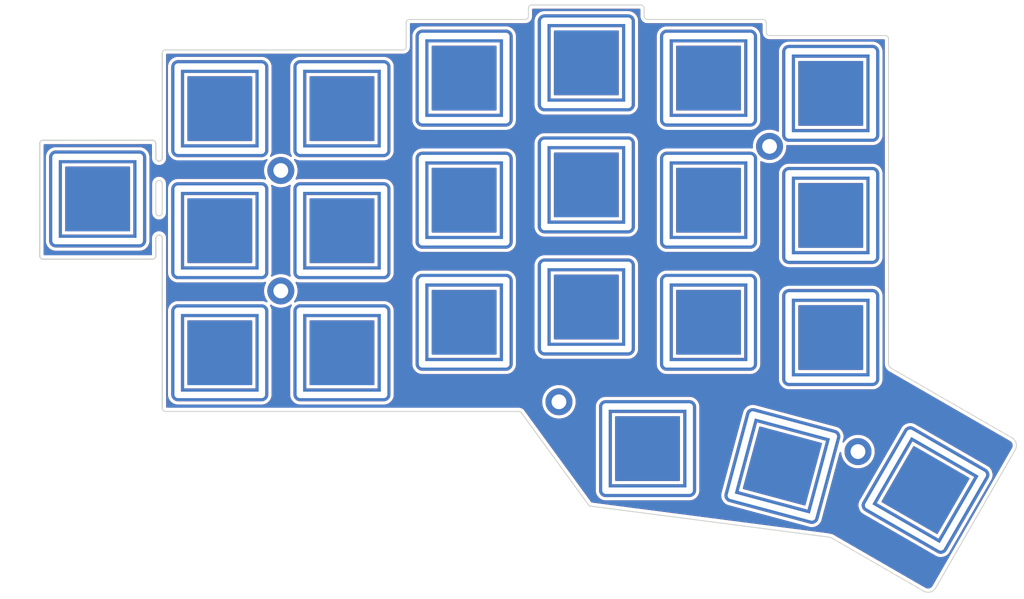
<source format=kicad_pcb>
(kicad_pcb (version 20171130) (host pcbnew "(5.1.10)-1")

  (general
    (thickness 1.6)
    (drawings 55)
    (tracks 0)
    (zones 0)
    (modules 27)
    (nets 1)
  )

  (page A4)
  (title_block
    (title "Corne Top Plate")
    (date 2018-12-09)
    (rev 2.1)
    (company foostan)
  )

  (layers
    (0 F.Cu signal)
    (31 B.Cu signal)
    (32 B.Adhes user hide)
    (33 F.Adhes user hide)
    (34 B.Paste user hide)
    (35 F.Paste user hide)
    (36 B.SilkS user)
    (37 F.SilkS user)
    (38 B.Mask user hide)
    (39 F.Mask user)
    (40 Dwgs.User user)
    (41 Cmts.User user)
    (42 Eco1.User user)
    (43 Eco2.User user)
    (44 Edge.Cuts user)
    (45 Margin user)
    (46 B.CrtYd user)
    (47 F.CrtYd user)
    (48 B.Fab user)
    (49 F.Fab user)
  )

  (setup
    (last_trace_width 0.25)
    (user_trace_width 0.2)
    (user_trace_width 0.5)
    (trace_clearance 0.2)
    (zone_clearance 0.508)
    (zone_45_only no)
    (trace_min 0.2)
    (via_size 0.6)
    (via_drill 0.4)
    (via_min_size 0.4)
    (via_min_drill 0.3)
    (uvia_size 0.3)
    (uvia_drill 0.1)
    (uvias_allowed no)
    (uvia_min_size 0.2)
    (uvia_min_drill 0.1)
    (edge_width 0.15)
    (segment_width 0.1)
    (pcb_text_width 0.3)
    (pcb_text_size 1.5 1.5)
    (mod_edge_width 0.15)
    (mod_text_size 1 1)
    (mod_text_width 0.15)
    (pad_size 4 4)
    (pad_drill 2.2)
    (pad_to_mask_clearance 0.2)
    (aux_axis_origin 174 65.7)
    (grid_origin 70.01 77.125)
    (visible_elements 7FFFFFFF)
    (pcbplotparams
      (layerselection 0x010f0_ffffffff)
      (usegerberextensions true)
      (usegerberattributes false)
      (usegerberadvancedattributes false)
      (creategerberjobfile false)
      (excludeedgelayer true)
      (linewidth 0.100000)
      (plotframeref false)
      (viasonmask false)
      (mode 1)
      (useauxorigin false)
      (hpglpennumber 1)
      (hpglpenspeed 20)
      (hpglpendiameter 15.000000)
      (psnegative false)
      (psa4output false)
      (plotreference true)
      (plotvalue true)
      (plotinvisibletext false)
      (padsonsilk false)
      (subtractmaskfromsilk false)
      (outputformat 1)
      (mirror false)
      (drillshape 0)
      (scaleselection 1)
      (outputdirectory "gerbers"))
  )

  (net 0 "")

  (net_class Default "これは標準のネット クラスです。"
    (clearance 0.2)
    (trace_width 0.25)
    (via_dia 0.6)
    (via_drill 0.4)
    (uvia_dia 0.3)
    (uvia_drill 0.1)
  )

  (module "kbd:CherryMX Hole Top Plate" (layer F.Cu) (tedit 60F3F737) (tstamp 60CF949F)
    (at 53.55628 97.53298)
    (zone_connect 2)
    (fp_text reference SW2 (at 7 8.1) (layer F.SilkS) hide
      (effects (font (size 1 1) (thickness 0.15)))
    )
    (fp_text value KEY_SWITCH (at -7.4 -8.1) (layer F.Fab) hide
      (effects (font (size 1 1) (thickness 0.15)))
    )
    (pad 1 thru_hole oval (at 0 6.55) (size 15 2) (drill oval 14 1) (layers *.Cu *.Mask)
      (zone_connect 2))
    (pad 1 thru_hole oval (at 0 -6.55) (size 15 2) (drill oval 14 1) (layers *.Cu *.Mask)
      (zone_connect 2))
    (pad 1 thru_hole oval (at 6.55 0) (size 2 15) (drill oval 1 14) (layers *.Cu *.Mask)
      (zone_connect 2))
    (pad 1 thru_hole oval (at -6.55 0) (size 2 15) (drill oval 1 14) (layers *.Cu *.Mask)
      (zone_connect 2))
  )

  (module "kbd:CherryMX Hole Top Plate" (layer F.Cu) (tedit 60F3F737) (tstamp 5DC20BEA)
    (at 182.29 142.835 330)
    (zone_connect 2)
    (fp_text reference SW2 (at 7 8.1 150) (layer F.SilkS) hide
      (effects (font (size 1 1) (thickness 0.15)))
    )
    (fp_text value KEY_SWITCH (at -7.4 -8.1 150) (layer F.Fab) hide
      (effects (font (size 1 1) (thickness 0.15)))
    )
    (pad 1 thru_hole oval (at 0 6.55 330) (size 15 2) (drill oval 14 1) (layers *.Cu *.Mask)
      (zone_connect 2))
    (pad 1 thru_hole oval (at 0 -6.55 330) (size 15 2) (drill oval 14 1) (layers *.Cu *.Mask)
      (zone_connect 2))
    (pad 1 thru_hole oval (at 6.55 0 330) (size 2 15) (drill oval 1 14) (layers *.Cu *.Mask)
      (zone_connect 2))
    (pad 1 thru_hole oval (at -6.55 0 330) (size 2 15) (drill oval 1 14) (layers *.Cu *.Mask)
      (zone_connect 2))
  )

  (module "kbd:CherryMX Hole Top Plate" (layer F.Cu) (tedit 60F3F737) (tstamp 5DC20BC9)
    (at 160.032 139.094 345)
    (zone_connect 2)
    (fp_text reference SW2 (at 7.000001 8.1 165) (layer F.SilkS) hide
      (effects (font (size 1 1) (thickness 0.15)))
    )
    (fp_text value KEY_SWITCH (at -7.4 -8.1 165) (layer F.Fab) hide
      (effects (font (size 1 1) (thickness 0.15)))
    )
    (pad 1 thru_hole oval (at 0 6.55 345) (size 15 2) (drill oval 14 1) (layers *.Cu *.Mask)
      (zone_connect 2))
    (pad 1 thru_hole oval (at 0 -6.55 345) (size 15 2) (drill oval 14 1) (layers *.Cu *.Mask)
      (zone_connect 2))
    (pad 1 thru_hole oval (at 6.55 0 345) (size 2 15) (drill oval 1 14) (layers *.Cu *.Mask)
      (zone_connect 2))
    (pad 1 thru_hole oval (at -6.55 0 345) (size 2 15) (drill oval 1 14) (layers *.Cu *.Mask)
      (zone_connect 2))
  )

  (module "kbd:CherryMX Hole Top Plate" (layer F.Cu) (tedit 60F3F737) (tstamp 5DC20B59)
    (at 139.07 136.385)
    (zone_connect 2)
    (fp_text reference SW2 (at 7 8.1) (layer F.SilkS) hide
      (effects (font (size 1 1) (thickness 0.15)))
    )
    (fp_text value KEY_SWITCH (at -7.4 -8.1) (layer F.Fab) hide
      (effects (font (size 1 1) (thickness 0.15)))
    )
    (pad 1 thru_hole oval (at 0 6.55) (size 15 2) (drill oval 14 1) (layers *.Cu *.Mask)
      (zone_connect 2))
    (pad 1 thru_hole oval (at 0 -6.55) (size 15 2) (drill oval 14 1) (layers *.Cu *.Mask)
      (zone_connect 2))
    (pad 1 thru_hole oval (at 6.55 0) (size 2 15) (drill oval 1 14) (layers *.Cu *.Mask)
      (zone_connect 2))
    (pad 1 thru_hole oval (at -6.55 0) (size 2 15) (drill oval 1 14) (layers *.Cu *.Mask)
      (zone_connect 2))
  )

  (module "kbd:CherryMX Hole Top Plate" (layer F.Cu) (tedit 60F3F737) (tstamp 5DC20AAA)
    (at 167.55 119.1)
    (zone_connect 2)
    (fp_text reference SW2 (at 7 8.1) (layer F.SilkS) hide
      (effects (font (size 1 1) (thickness 0.15)))
    )
    (fp_text value KEY_SWITCH (at -7.4 -8.1) (layer F.Fab) hide
      (effects (font (size 1 1) (thickness 0.15)))
    )
    (pad 1 thru_hole oval (at 0 6.55) (size 15 2) (drill oval 14 1) (layers *.Cu *.Mask)
      (zone_connect 2))
    (pad 1 thru_hole oval (at 0 -6.55) (size 15 2) (drill oval 14 1) (layers *.Cu *.Mask)
      (zone_connect 2))
    (pad 1 thru_hole oval (at 6.55 0) (size 2 15) (drill oval 1 14) (layers *.Cu *.Mask)
      (zone_connect 2))
    (pad 1 thru_hole oval (at -6.55 0) (size 2 15) (drill oval 1 14) (layers *.Cu *.Mask)
      (zone_connect 2))
  )

  (module "kbd:CherryMX Hole Top Plate" (layer F.Cu) (tedit 60F3F737) (tstamp 5DC20A9F)
    (at 167.55 81.1)
    (zone_connect 2)
    (fp_text reference SW2 (at 7 8.1) (layer F.SilkS) hide
      (effects (font (size 1 1) (thickness 0.15)))
    )
    (fp_text value KEY_SWITCH (at -7.4 -8.1) (layer F.Fab) hide
      (effects (font (size 1 1) (thickness 0.15)))
    )
    (pad 1 thru_hole oval (at 0 6.55) (size 15 2) (drill oval 14 1) (layers *.Cu *.Mask)
      (zone_connect 2))
    (pad 1 thru_hole oval (at 0 -6.55) (size 15 2) (drill oval 14 1) (layers *.Cu *.Mask)
      (zone_connect 2))
    (pad 1 thru_hole oval (at 6.55 0) (size 2 15) (drill oval 1 14) (layers *.Cu *.Mask)
      (zone_connect 2))
    (pad 1 thru_hole oval (at -6.55 0) (size 2 15) (drill oval 1 14) (layers *.Cu *.Mask)
      (zone_connect 2))
  )

  (module "kbd:CherryMX Hole Top Plate" (layer F.Cu) (tedit 60F3F737) (tstamp 5DC20A94)
    (at 167.55 100.1)
    (zone_connect 2)
    (fp_text reference SW2 (at 7 8.1) (layer F.SilkS) hide
      (effects (font (size 1 1) (thickness 0.15)))
    )
    (fp_text value KEY_SWITCH (at -7.4 -8.1) (layer F.Fab) hide
      (effects (font (size 1 1) (thickness 0.15)))
    )
    (pad 1 thru_hole oval (at 0 6.55) (size 15 2) (drill oval 14 1) (layers *.Cu *.Mask)
      (zone_connect 2))
    (pad 1 thru_hole oval (at 0 -6.55) (size 15 2) (drill oval 14 1) (layers *.Cu *.Mask)
      (zone_connect 2))
    (pad 1 thru_hole oval (at 6.55 0) (size 2 15) (drill oval 1 14) (layers *.Cu *.Mask)
      (zone_connect 2))
    (pad 1 thru_hole oval (at -6.55 0) (size 2 15) (drill oval 1 14) (layers *.Cu *.Mask)
      (zone_connect 2))
  )

  (module "kbd:CherryMX Hole Top Plate" (layer F.Cu) (tedit 60F3F737) (tstamp 5DC20A68)
    (at 148.55 97.725)
    (zone_connect 2)
    (fp_text reference SW2 (at 7 8.1) (layer F.SilkS) hide
      (effects (font (size 1 1) (thickness 0.15)))
    )
    (fp_text value KEY_SWITCH (at -7.4 -8.1) (layer F.Fab) hide
      (effects (font (size 1 1) (thickness 0.15)))
    )
    (pad 1 thru_hole oval (at 0 6.55) (size 15 2) (drill oval 14 1) (layers *.Cu *.Mask)
      (zone_connect 2))
    (pad 1 thru_hole oval (at 0 -6.55) (size 15 2) (drill oval 14 1) (layers *.Cu *.Mask)
      (zone_connect 2))
    (pad 1 thru_hole oval (at 6.55 0) (size 2 15) (drill oval 1 14) (layers *.Cu *.Mask)
      (zone_connect 2))
    (pad 1 thru_hole oval (at -6.55 0) (size 2 15) (drill oval 1 14) (layers *.Cu *.Mask)
      (zone_connect 2))
  )

  (module "kbd:CherryMX Hole Top Plate" (layer F.Cu) (tedit 60F3F737) (tstamp 5DC20A5D)
    (at 148.55 78.725)
    (zone_connect 2)
    (fp_text reference SW2 (at 7 8.1) (layer F.SilkS) hide
      (effects (font (size 1 1) (thickness 0.15)))
    )
    (fp_text value KEY_SWITCH (at -7.4 -8.1) (layer F.Fab) hide
      (effects (font (size 1 1) (thickness 0.15)))
    )
    (pad 1 thru_hole oval (at 0 6.55) (size 15 2) (drill oval 14 1) (layers *.Cu *.Mask)
      (zone_connect 2))
    (pad 1 thru_hole oval (at 0 -6.55) (size 15 2) (drill oval 14 1) (layers *.Cu *.Mask)
      (zone_connect 2))
    (pad 1 thru_hole oval (at 6.55 0) (size 2 15) (drill oval 1 14) (layers *.Cu *.Mask)
      (zone_connect 2))
    (pad 1 thru_hole oval (at -6.55 0) (size 2 15) (drill oval 1 14) (layers *.Cu *.Mask)
      (zone_connect 2))
  )

  (module "kbd:CherryMX Hole Top Plate" (layer F.Cu) (tedit 60F3F737) (tstamp 5DC20A52)
    (at 148.55 116.725)
    (zone_connect 2)
    (fp_text reference SW2 (at 7 8.1) (layer F.SilkS) hide
      (effects (font (size 1 1) (thickness 0.15)))
    )
    (fp_text value KEY_SWITCH (at -7.4 -8.1) (layer F.Fab) hide
      (effects (font (size 1 1) (thickness 0.15)))
    )
    (pad 1 thru_hole oval (at 0 6.55) (size 15 2) (drill oval 14 1) (layers *.Cu *.Mask)
      (zone_connect 2))
    (pad 1 thru_hole oval (at 0 -6.55) (size 15 2) (drill oval 14 1) (layers *.Cu *.Mask)
      (zone_connect 2))
    (pad 1 thru_hole oval (at 6.55 0) (size 2 15) (drill oval 1 14) (layers *.Cu *.Mask)
      (zone_connect 2))
    (pad 1 thru_hole oval (at -6.55 0) (size 2 15) (drill oval 1 14) (layers *.Cu *.Mask)
      (zone_connect 2))
  )

  (module "kbd:CherryMX Hole Top Plate" (layer F.Cu) (tedit 60F3F737) (tstamp 5DC20A26)
    (at 129.55 95.35)
    (zone_connect 2)
    (fp_text reference SW2 (at 7 8.1) (layer F.SilkS) hide
      (effects (font (size 1 1) (thickness 0.15)))
    )
    (fp_text value KEY_SWITCH (at -7.4 -8.1) (layer F.Fab) hide
      (effects (font (size 1 1) (thickness 0.15)))
    )
    (pad 1 thru_hole oval (at 0 6.55) (size 15 2) (drill oval 14 1) (layers *.Cu *.Mask)
      (zone_connect 2))
    (pad 1 thru_hole oval (at 0 -6.55) (size 15 2) (drill oval 14 1) (layers *.Cu *.Mask)
      (zone_connect 2))
    (pad 1 thru_hole oval (at 6.55 0) (size 2 15) (drill oval 1 14) (layers *.Cu *.Mask)
      (zone_connect 2))
    (pad 1 thru_hole oval (at -6.55 0) (size 2 15) (drill oval 1 14) (layers *.Cu *.Mask)
      (zone_connect 2))
  )

  (module "kbd:CherryMX Hole Top Plate" (layer F.Cu) (tedit 60F3F737) (tstamp 5DC20A1B)
    (at 129.55 114.35)
    (zone_connect 2)
    (fp_text reference SW2 (at 7 8.1) (layer F.SilkS) hide
      (effects (font (size 1 1) (thickness 0.15)))
    )
    (fp_text value KEY_SWITCH (at -7.4 -8.1) (layer F.Fab) hide
      (effects (font (size 1 1) (thickness 0.15)))
    )
    (pad 1 thru_hole oval (at 0 6.55) (size 15 2) (drill oval 14 1) (layers *.Cu *.Mask)
      (zone_connect 2))
    (pad 1 thru_hole oval (at 0 -6.55) (size 15 2) (drill oval 14 1) (layers *.Cu *.Mask)
      (zone_connect 2))
    (pad 1 thru_hole oval (at 6.55 0) (size 2 15) (drill oval 1 14) (layers *.Cu *.Mask)
      (zone_connect 2))
    (pad 1 thru_hole oval (at -6.55 0) (size 2 15) (drill oval 1 14) (layers *.Cu *.Mask)
      (zone_connect 2))
  )

  (module "kbd:CherryMX Hole Top Plate" (layer F.Cu) (tedit 60F3F737) (tstamp 5DC20A10)
    (at 129.55 76.35)
    (zone_connect 2)
    (fp_text reference SW2 (at 7 8.1) (layer F.SilkS) hide
      (effects (font (size 1 1) (thickness 0.15)))
    )
    (fp_text value KEY_SWITCH (at -7.4 -8.1) (layer F.Fab) hide
      (effects (font (size 1 1) (thickness 0.15)))
    )
    (pad 1 thru_hole oval (at 0 6.55) (size 15 2) (drill oval 14 1) (layers *.Cu *.Mask)
      (zone_connect 2))
    (pad 1 thru_hole oval (at 0 -6.55) (size 15 2) (drill oval 14 1) (layers *.Cu *.Mask)
      (zone_connect 2))
    (pad 1 thru_hole oval (at 6.55 0) (size 2 15) (drill oval 1 14) (layers *.Cu *.Mask)
      (zone_connect 2))
    (pad 1 thru_hole oval (at -6.55 0) (size 2 15) (drill oval 1 14) (layers *.Cu *.Mask)
      (zone_connect 2))
  )

  (module "kbd:CherryMX Hole Top Plate" (layer F.Cu) (tedit 60F3F737) (tstamp 5DC209E4)
    (at 110.55 97.725)
    (zone_connect 2)
    (fp_text reference SW2 (at 7 8.1) (layer F.SilkS) hide
      (effects (font (size 1 1) (thickness 0.15)))
    )
    (fp_text value KEY_SWITCH (at -7.4 -8.1) (layer F.Fab) hide
      (effects (font (size 1 1) (thickness 0.15)))
    )
    (pad 1 thru_hole oval (at 0 6.55) (size 15 2) (drill oval 14 1) (layers *.Cu *.Mask)
      (zone_connect 2))
    (pad 1 thru_hole oval (at 0 -6.55) (size 15 2) (drill oval 14 1) (layers *.Cu *.Mask)
      (zone_connect 2))
    (pad 1 thru_hole oval (at 6.55 0) (size 2 15) (drill oval 1 14) (layers *.Cu *.Mask)
      (zone_connect 2))
    (pad 1 thru_hole oval (at -6.55 0) (size 2 15) (drill oval 1 14) (layers *.Cu *.Mask)
      (zone_connect 2))
  )

  (module "kbd:CherryMX Hole Top Plate" (layer F.Cu) (tedit 60F3F737) (tstamp 5DC209D9)
    (at 110.55 116.725)
    (zone_connect 2)
    (fp_text reference SW2 (at 7 8.1) (layer F.SilkS) hide
      (effects (font (size 1 1) (thickness 0.15)))
    )
    (fp_text value KEY_SWITCH (at -7.4 -8.1) (layer F.Fab) hide
      (effects (font (size 1 1) (thickness 0.15)))
    )
    (pad 1 thru_hole oval (at 0 6.55) (size 15 2) (drill oval 14 1) (layers *.Cu *.Mask)
      (zone_connect 2))
    (pad 1 thru_hole oval (at 0 -6.55) (size 15 2) (drill oval 14 1) (layers *.Cu *.Mask)
      (zone_connect 2))
    (pad 1 thru_hole oval (at 6.55 0) (size 2 15) (drill oval 1 14) (layers *.Cu *.Mask)
      (zone_connect 2))
    (pad 1 thru_hole oval (at -6.55 0) (size 2 15) (drill oval 1 14) (layers *.Cu *.Mask)
      (zone_connect 2))
  )

  (module "kbd:CherryMX Hole Top Plate" (layer F.Cu) (tedit 60F3F737) (tstamp 5DC209CE)
    (at 110.55 78.725)
    (zone_connect 2)
    (fp_text reference SW2 (at 7 8.1) (layer F.SilkS) hide
      (effects (font (size 1 1) (thickness 0.15)))
    )
    (fp_text value KEY_SWITCH (at -7.4 -8.1) (layer F.Fab) hide
      (effects (font (size 1 1) (thickness 0.15)))
    )
    (pad 1 thru_hole oval (at 0 6.55) (size 15 2) (drill oval 14 1) (layers *.Cu *.Mask)
      (zone_connect 2))
    (pad 1 thru_hole oval (at 0 -6.55) (size 15 2) (drill oval 14 1) (layers *.Cu *.Mask)
      (zone_connect 2))
    (pad 1 thru_hole oval (at 6.55 0) (size 2 15) (drill oval 1 14) (layers *.Cu *.Mask)
      (zone_connect 2))
    (pad 1 thru_hole oval (at -6.55 0) (size 2 15) (drill oval 1 14) (layers *.Cu *.Mask)
      (zone_connect 2))
  )

  (module "kbd:CherryMX Hole Top Plate" (layer F.Cu) (tedit 60F3F737) (tstamp 5DC2068E)
    (at 91.55 102.475)
    (zone_connect 2)
    (fp_text reference SW2 (at 7 8.1) (layer F.SilkS) hide
      (effects (font (size 1 1) (thickness 0.15)))
    )
    (fp_text value KEY_SWITCH (at -7.4 -8.1) (layer F.Fab) hide
      (effects (font (size 1 1) (thickness 0.15)))
    )
    (pad 1 thru_hole oval (at 0 6.55) (size 15 2) (drill oval 14 1) (layers *.Cu *.Mask)
      (zone_connect 2))
    (pad 1 thru_hole oval (at 0 -6.55) (size 15 2) (drill oval 14 1) (layers *.Cu *.Mask)
      (zone_connect 2))
    (pad 1 thru_hole oval (at 6.55 0) (size 2 15) (drill oval 1 14) (layers *.Cu *.Mask)
      (zone_connect 2))
    (pad 1 thru_hole oval (at -6.55 0) (size 2 15) (drill oval 1 14) (layers *.Cu *.Mask)
      (zone_connect 2))
  )

  (module "kbd:CherryMX Hole Top Plate" (layer F.Cu) (tedit 60F3F737) (tstamp 5DC20683)
    (at 91.55 121.475 180)
    (zone_connect 2)
    (fp_text reference SW2 (at 7 8.1) (layer F.SilkS) hide
      (effects (font (size 1 1) (thickness 0.15)))
    )
    (fp_text value KEY_SWITCH (at -7.4 -8.1) (layer F.Fab) hide
      (effects (font (size 1 1) (thickness 0.15)))
    )
    (pad 1 thru_hole oval (at 0 6.55 180) (size 15 2) (drill oval 14 1) (layers *.Cu *.Mask)
      (zone_connect 2))
    (pad 1 thru_hole oval (at 0 -6.55 180) (size 15 2) (drill oval 14 1) (layers *.Cu *.Mask)
      (zone_connect 2))
    (pad 1 thru_hole oval (at 6.55 0 180) (size 2 15) (drill oval 1 14) (layers *.Cu *.Mask)
      (zone_connect 2))
    (pad 1 thru_hole oval (at -6.55 0 180) (size 2 15) (drill oval 1 14) (layers *.Cu *.Mask)
      (zone_connect 2))
  )

  (module "kbd:CherryMX Hole Top Plate" (layer F.Cu) (tedit 60F3F737) (tstamp 5DC20678)
    (at 91.55 83.475)
    (zone_connect 2)
    (fp_text reference SW2 (at 7 8.1) (layer F.SilkS) hide
      (effects (font (size 1 1) (thickness 0.15)))
    )
    (fp_text value KEY_SWITCH (at -7.4 -8.1) (layer F.Fab) hide
      (effects (font (size 1 1) (thickness 0.15)))
    )
    (pad 1 thru_hole oval (at 0 6.55) (size 15 2) (drill oval 14 1) (layers *.Cu *.Mask)
      (zone_connect 2))
    (pad 1 thru_hole oval (at 0 -6.55) (size 15 2) (drill oval 14 1) (layers *.Cu *.Mask)
      (zone_connect 2))
    (pad 1 thru_hole oval (at 6.55 0) (size 2 15) (drill oval 1 14) (layers *.Cu *.Mask)
      (zone_connect 2))
    (pad 1 thru_hole oval (at -6.55 0) (size 2 15) (drill oval 1 14) (layers *.Cu *.Mask)
      (zone_connect 2))
  )

  (module "kbd:CherryMX Hole Top Plate" (layer F.Cu) (tedit 60F3F737) (tstamp 5DC2064A)
    (at 72.55 121.475)
    (zone_connect 2)
    (fp_text reference SW2 (at 7 8.1) (layer F.SilkS) hide
      (effects (font (size 1 1) (thickness 0.15)))
    )
    (fp_text value KEY_SWITCH (at -7.4 -8.1) (layer F.Fab) hide
      (effects (font (size 1 1) (thickness 0.15)))
    )
    (pad 1 thru_hole oval (at 0 6.55) (size 15 2) (drill oval 14 1) (layers *.Cu *.Mask)
      (zone_connect 2))
    (pad 1 thru_hole oval (at 0 -6.55) (size 15 2) (drill oval 14 1) (layers *.Cu *.Mask)
      (zone_connect 2))
    (pad 1 thru_hole oval (at 6.55 0) (size 2 15) (drill oval 1 14) (layers *.Cu *.Mask)
      (zone_connect 2))
    (pad 1 thru_hole oval (at -6.55 0) (size 2 15) (drill oval 1 14) (layers *.Cu *.Mask)
      (zone_connect 2))
  )

  (module "kbd:CherryMX Hole Top Plate" (layer F.Cu) (tedit 60F3F737) (tstamp 5DC20634)
    (at 72.55 102.475)
    (zone_connect 2)
    (fp_text reference SW2 (at 7 8.1) (layer F.SilkS) hide
      (effects (font (size 1 1) (thickness 0.15)))
    )
    (fp_text value KEY_SWITCH (at -7.4 -8.1) (layer F.Fab) hide
      (effects (font (size 1 1) (thickness 0.15)))
    )
    (pad 1 thru_hole oval (at 0 6.55) (size 15 2) (drill oval 14 1) (layers *.Cu *.Mask)
      (zone_connect 2))
    (pad 1 thru_hole oval (at 0 -6.55) (size 15 2) (drill oval 14 1) (layers *.Cu *.Mask)
      (zone_connect 2))
    (pad 1 thru_hole oval (at 6.55 0) (size 2 15) (drill oval 1 14) (layers *.Cu *.Mask)
      (zone_connect 2))
    (pad 1 thru_hole oval (at -6.55 0) (size 2 15) (drill oval 1 14) (layers *.Cu *.Mask)
      (zone_connect 2))
  )

  (module "kbd:CherryMX Hole Top Plate" (layer F.Cu) (tedit 60F3F737) (tstamp 5DC20052)
    (at 72.55 83.475)
    (zone_connect 2)
    (fp_text reference SW2 (at 7 8.1) (layer F.SilkS) hide
      (effects (font (size 1 1) (thickness 0.15)))
    )
    (fp_text value KEY_SWITCH (at -7.4 -8.1) (layer F.Fab) hide
      (effects (font (size 1 1) (thickness 0.15)))
    )
    (pad 1 thru_hole oval (at 0 6.55) (size 15 2) (drill oval 14 1) (layers *.Cu *.Mask)
      (zone_connect 2))
    (pad 1 thru_hole oval (at 0 -6.55) (size 15 2) (drill oval 14 1) (layers *.Cu *.Mask)
      (zone_connect 2))
    (pad 1 thru_hole oval (at 6.55 0) (size 2 15) (drill oval 1 14) (layers *.Cu *.Mask)
      (zone_connect 2))
    (pad 1 thru_hole oval (at -6.55 0) (size 2 15) (drill oval 1 14) (layers *.Cu *.Mask)
      (zone_connect 2))
  )

  (module kbd:M2_Hole_TH (layer F.Cu) (tedit 5F7666C1) (tstamp 5AAA7D53)
    (at 171.79 136.85)
    (fp_text reference "" (at 0 -3.2) (layer F.SilkS)
      (effects (font (size 1 1) (thickness 0.15)))
    )
    (fp_text value "" (at 0 3.2) (layer F.Fab)
      (effects (font (size 1 1) (thickness 0.15)))
    )
    (fp_text user %R (at 0.3 0) (layer F.Fab)
      (effects (font (size 1 1) (thickness 0.15)))
    )
    (pad "" thru_hole circle (at 0 0) (size 4.2 4.2) (drill 2.3) (layers *.Cu *.Mask))
  )

  (module kbd:M2_Hole_TH (layer F.Cu) (tedit 5F7666C1) (tstamp 5AAA5A9F)
    (at 82.04 111.85)
    (fp_text reference "" (at 0 -3.2) (layer F.SilkS)
      (effects (font (size 1 1) (thickness 0.15)))
    )
    (fp_text value "" (at 0 3.2) (layer F.Fab)
      (effects (font (size 1 1) (thickness 0.15)))
    )
    (fp_text user %R (at 0.3 0) (layer F.Fab)
      (effects (font (size 1 1) (thickness 0.15)))
    )
    (pad "" thru_hole circle (at 0 0) (size 4.2 4.2) (drill 2.3) (layers *.Cu *.Mask))
  )

  (module kbd:M2_Hole_TH (layer F.Cu) (tedit 5F7666C1) (tstamp 5AAA7C39)
    (at 158.04 89.35)
    (fp_text reference "" (at 0 -3.2) (layer F.SilkS)
      (effects (font (size 1 1) (thickness 0.15)))
    )
    (fp_text value "" (at 0 3.2) (layer F.Fab)
      (effects (font (size 1 1) (thickness 0.15)))
    )
    (fp_text user %R (at 0.3 0) (layer F.Fab)
      (effects (font (size 1 1) (thickness 0.15)))
    )
    (pad "" thru_hole circle (at 0 0) (size 4.2 4.2) (drill 2.3) (layers *.Cu *.Mask))
  )

  (module kbd:M2_Hole_TH (layer F.Cu) (tedit 5F7666C1) (tstamp 5AAA5A7C)
    (at 82.04 93.1)
    (fp_text reference "" (at 0 -3.2) (layer F.SilkS)
      (effects (font (size 1 1) (thickness 0.15)))
    )
    (fp_text value "" (at 0 3.2) (layer F.Fab)
      (effects (font (size 1 1) (thickness 0.15)))
    )
    (fp_text user %R (at 0.3 0) (layer F.Fab)
      (effects (font (size 1 1) (thickness 0.15)))
    )
    (pad "" thru_hole circle (at 0 0) (size 4.2 4.2) (drill 2.3) (layers *.Cu *.Mask))
  )

  (module kbd:M2_Hole_TH (layer F.Cu) (tedit 5F7666C1) (tstamp 5AAA7C4A)
    (at 125.29 129.1)
    (fp_text reference "" (at 0 -3.2) (layer F.SilkS)
      (effects (font (size 1 1) (thickness 0.15)))
    )
    (fp_text value "" (at 0 3.2) (layer F.Fab)
      (effects (font (size 1 1) (thickness 0.15)))
    )
    (fp_text user %R (at 0.3 0) (layer F.Fab)
      (effects (font (size 1 1) (thickness 0.15)))
    )
    (pad "" thru_hole circle (at 0 0) (size 4.2 4.2) (drill 2.3) (layers *.Cu *.Mask))
  )

  (gr_arc (start 62.10628 88.89568) (end 62.10628 88.39568) (angle 90) (layer Edge.Cuts) (width 0.2) (tstamp 60CF8E75))
  (gr_line (start 45.05488 106.9042) (end 62.11098 106.9042) (layer Edge.Cuts) (width 0.2) (tstamp 60CF8E74))
  (gr_line (start 62.60628 99.65498) (end 62.60628 95.15498) (angle 90) (layer Edge.Cuts) (width 0.15) (tstamp 60CF8E73))
  (gr_line (start 63.60628 74.943119) (end 63.60628 91.15498) (layer Edge.Cuts) (width 0.2) (tstamp 60CF8E72))
  (gr_arc (start 63.10628 99.65498) (end 63.60628 99.65498) (angle 90) (layer Edge.Cuts) (width 0.15) (tstamp 60CF8E71))
  (gr_arc (start 63.10708 103.65498) (end 63.10708 103.15498) (angle 90) (layer Edge.Cuts) (width 0.2) (tstamp 60CF8E6F))
  (gr_line (start 63.60628 95.15498) (end 63.60628 99.65498) (angle 90) (layer Edge.Cuts) (width 0.15) (tstamp 60CF8E6E))
  (gr_arc (start 63.10628 95.15498) (end 63.10628 94.65498) (angle 90) (layer Edge.Cuts) (width 0.15) (tstamp 60CF8E6D))
  (gr_line (start 62.10628 88.39568) (end 45.05958 88.4042) (layer Edge.Cuts) (width 0.2) (tstamp 60CF8E6C))
  (gr_line (start 44.55958 88.9042) (end 44.55488 106.4042) (layer Edge.Cuts) (width 0.2) (tstamp 60CF8E6B))
  (gr_line (start 62.60628 91.15498) (end 62.60628 88.89568) (layer Edge.Cuts) (width 0.2) (tstamp 60CF8E6A))
  (gr_arc (start 45.05488 106.4042) (end 45.05488 106.9042) (angle 90) (layer Edge.Cuts) (width 0.2) (tstamp 60CF8E69))
  (gr_arc (start 62.11098 106.4042) (end 62.61098 106.4042) (angle 90) (layer Edge.Cuts) (width 0.2) (tstamp 60CF8E68))
  (gr_arc (start 45.05958 88.9042) (end 44.55958 88.9042) (angle 90) (layer Edge.Cuts) (width 0.2) (tstamp 60CF8E67))
  (gr_arc (start 63.10628 103.65498) (end 62.60628 103.65498) (angle 90) (layer Edge.Cuts) (width 0.2) (tstamp 60CF8E66))
  (gr_line (start 63.6092 130.1) (end 63.60708 103.65498) (layer Edge.Cuts) (width 0.2) (tstamp 60CF8E65))
  (gr_arc (start 63.10628 95.15498) (end 62.60628 95.15498) (angle 90) (layer Edge.Cuts) (width 0.15) (tstamp 60CF8E64))
  (gr_arc (start 63.10628 91.15498) (end 63.10628 91.65498) (angle 90) (layer Edge.Cuts) (width 0.2) (tstamp 60CF8E63))
  (gr_arc (start 63.10628 99.65498) (end 63.10628 100.15498) (angle 90) (layer Edge.Cuts) (width 0.15) (tstamp 60CF8E62))
  (gr_arc (start 63.10628 91.15498) (end 63.60628 91.15498) (angle 90) (layer Edge.Cuts) (width 0.2) (tstamp 60CF8E60))
  (gr_line (start 62.61098 106.4042) (end 62.60708 103.65498) (layer Edge.Cuts) (width 0.2) (tstamp 60CF8E5F))
  (dimension 92.487 (width 0.15) (layer Dwgs.User)
    (gr_text "92.487 mm" (at 42.04 112.8875 270) (layer Dwgs.User)
      (effects (font (size 1 1) (thickness 0.15)))
    )
    (feature1 (pts (xy 53.342 159.131) (xy 42.753579 159.131)))
    (feature2 (pts (xy 53.342 66.644) (xy 42.753579 66.644)))
    (crossbar (pts (xy 43.34 66.644) (xy 43.34 159.131)))
    (arrow1a (pts (xy 43.34 159.131) (xy 42.753579 158.004496)))
    (arrow1b (pts (xy 43.34 159.131) (xy 43.926421 158.004496)))
    (arrow2a (pts (xy 43.34 66.644) (xy 42.753579 67.770504)))
    (arrow2b (pts (xy 43.34 66.644) (xy 43.926421 67.770504)))
  )
  (gr_arc (start 177.387282 123.135192) (end 176.537282 123.160192) (angle -52.52752939) (layer Edge.Cuts) (width 0.15))
  (gr_arc (start 195.040001 135.900001) (end 196.19 136.675) (angle -90.22347501) (layer Edge.Cuts) (width 0.15) (tstamp 5B892EBC))
  (gr_line (start 195.810509 134.746988) (end 176.89 123.825) (layer Edge.Cuts) (width 0.15))
  (gr_arc (start 182.68425 157.360957) (end 181.909251 158.510956) (angle -90.22347501) (layer Edge.Cuts) (width 0.15))
  (gr_arc (start 166.627404 153.51844) (end 167.615 150.25) (angle -11.21335546) (layer Edge.Cuts) (width 0.15))
  (gr_line (start 183.837263 158.131465) (end 196.19 136.675) (layer Edge.Cuts) (width 0.15))
  (gr_line (start 167.615 150.25) (end 181.909251 158.510956) (layer Edge.Cuts) (width 0.15))
  (gr_line (start 130.29 145.35) (end 166.960556 150.120344) (layer Edge.Cuts) (width 0.15))
  (gr_arc (start 130.29 144.85) (end 130.29 145.35) (angle 45) (layer Edge.Cuts) (width 0.15))
  (gr_line (start 119.393553 130.746447) (end 129.936447 145.203553) (angle 90) (layer Edge.Cuts) (width 0.15))
  (gr_line (start 176.54 72.6) (end 176.537282 123.160192) (angle 90) (layer Edge.Cuts) (width 0.15))
  (gr_arc (start 176.04 72.6) (end 176.04 72.1) (angle 90) (layer Edge.Cuts) (width 0.15))
  (gr_arc (start 119.04 131.1) (end 119.04 130.6) (angle 45) (layer Edge.Cuts) (width 0.15))
  (gr_arc (start 64.1092 130.1) (end 64.1092 130.6) (angle 90) (layer Edge.Cuts) (width 0.15))
  (gr_arc (start 64.04 74.805139) (end 63.60628 74.943119) (angle 107.6475069) (layer Edge.Cuts) (width 0.15))
  (gr_arc (start 101.04 73.85) (end 101.54 73.85) (angle 90) (layer Edge.Cuts) (width 0.15))
  (gr_arc (start 102.04 70.1) (end 101.54 70.1) (angle 90) (layer Edge.Cuts) (width 0.15))
  (gr_arc (start 120.04 69.1) (end 120.54 69.1) (angle 90) (layer Edge.Cuts) (width 0.15))
  (gr_arc (start 121.04 67.85) (end 120.54 67.85) (angle 90) (layer Edge.Cuts) (width 0.15))
  (gr_arc (start 138.04 67.85) (end 138.04 67.35) (angle 90) (layer Edge.Cuts) (width 0.15))
  (gr_arc (start 139.04 69.1) (end 139.04 69.6) (angle 90) (layer Edge.Cuts) (width 0.15))
  (gr_arc (start 157.04 70.1) (end 157.04 69.6) (angle 90) (layer Edge.Cuts) (width 0.15))
  (gr_arc (start 158.04 71.6) (end 158.04 72.1) (angle 90) (layer Edge.Cuts) (width 0.15))
  (gr_line (start 119.04 130.6) (end 64.1092 130.6) (angle 90) (layer Edge.Cuts) (width 0.15))
  (gr_line (start 101.04 74.35) (end 64.04 74.35) (angle 90) (layer Edge.Cuts) (width 0.15))
  (gr_line (start 101.54 70.1) (end 101.54 73.85) (angle 90) (layer Edge.Cuts) (width 0.15))
  (gr_line (start 120.04 69.6) (end 102.04 69.6) (angle 90) (layer Edge.Cuts) (width 0.15))
  (gr_line (start 120.54 67.85) (end 120.54 69.1) (angle 90) (layer Edge.Cuts) (width 0.15))
  (gr_line (start 138.04 67.35) (end 121.04 67.35) (angle 90) (layer Edge.Cuts) (width 0.15))
  (gr_line (start 138.54 69.1) (end 138.54 67.85) (angle 90) (layer Edge.Cuts) (width 0.15))
  (gr_line (start 157.04 69.6) (end 139.04 69.6) (angle 90) (layer Edge.Cuts) (width 0.15))
  (gr_line (start 157.54 71.6) (end 157.54 70.1) (angle 90) (layer Edge.Cuts) (width 0.15))
  (gr_line (start 176.04 72.1) (end 158.04 72.1) (angle 90) (layer Edge.Cuts) (width 0.15))

  (zone (net 0) (net_name "") (layer B.Cu) (tstamp 60D0C1B0) (hatch edge 0.508)
    (connect_pads (clearance 0.508))
    (min_thickness 0.254)
    (fill yes (arc_segments 32) (thermal_gap 0.508) (thermal_bridge_width 0.508))
    (polygon
      (pts
        (xy 139.075 69.2) (xy 158.1 69.2) (xy 158.1 71.575) (xy 177.075 71.575) (xy 177.075 123.05)
        (xy 197.575 134.975) (xy 183.25 159.8) (xy 167.45 150.675) (xy 129.85 145.775) (xy 119.175 131)
        (xy 63.024959 131.037021) (xy 63.025 106.97) (xy 43.975 106.97) (xy 43.975 87.92) (xy 63.025 87.92)
        (xy 63.025028 73.982938) (xy 101.025 73.95) (xy 101.025 69.2) (xy 120.025 69.225) (xy 120.025 66.825)
        (xy 139.075 66.825)
      )
    )
    (filled_polygon
      (pts
        (xy 137.83 69.134876) (xy 137.832955 69.164876) (xy 137.832934 69.167839) (xy 137.833901 69.177705) (xy 137.838941 69.22566)
        (xy 137.840273 69.239183) (xy 137.84041 69.239634) (xy 137.844101 69.274754) (xy 137.857045 69.337811) (xy 137.869099 69.401001)
        (xy 137.871964 69.410491) (xy 137.90082 69.50371) (xy 137.925752 69.563021) (xy 137.949865 69.622702) (xy 137.954519 69.631454)
        (xy 138.000932 69.717292) (xy 138.036898 69.770612) (xy 138.072152 69.824486) (xy 138.078417 69.832168) (xy 138.140619 69.907357)
        (xy 138.186269 69.952689) (xy 138.231299 69.998673) (xy 138.238938 70.004992) (xy 138.314559 70.066668) (xy 138.368147 70.102272)
        (xy 138.421262 70.138641) (xy 138.429983 70.143356) (xy 138.516144 70.189168) (xy 138.575612 70.213679) (xy 138.63478 70.239038)
        (xy 138.644249 70.241969) (xy 138.737667 70.270174) (xy 138.800787 70.282672) (xy 138.863743 70.296054) (xy 138.873602 70.29709)
        (xy 138.970719 70.306612) (xy 138.970723 70.306612) (xy 139.005123 70.31) (xy 156.830001 70.31) (xy 156.83 71.634876)
        (xy 156.832955 71.664876) (xy 156.832934 71.667839) (xy 156.833901 71.677705) (xy 156.838941 71.72566) (xy 156.840273 71.739183)
        (xy 156.84041 71.739634) (xy 156.844101 71.774754) (xy 156.857045 71.837811) (xy 156.869099 71.901001) (xy 156.871964 71.910491)
        (xy 156.90082 72.00371) (xy 156.925752 72.063021) (xy 156.949865 72.122702) (xy 156.954519 72.131454) (xy 157.000932 72.217292)
        (xy 157.036898 72.270612) (xy 157.072152 72.324486) (xy 157.078417 72.332168) (xy 157.140619 72.407357) (xy 157.186269 72.452689)
        (xy 157.231299 72.498673) (xy 157.238938 72.504992) (xy 157.314559 72.566668) (xy 157.368147 72.602272) (xy 157.421262 72.638641)
        (xy 157.429983 72.643356) (xy 157.516144 72.689168) (xy 157.575612 72.713679) (xy 157.63478 72.739038) (xy 157.644249 72.741969)
        (xy 157.737667 72.770174) (xy 157.800787 72.782672) (xy 157.863743 72.796054) (xy 157.873602 72.79709) (xy 157.970719 72.806612)
        (xy 157.970723 72.806612) (xy 158.005123 72.81) (xy 175.829989 72.81) (xy 175.827281 123.19503) (xy 175.830608 123.22883)
        (xy 175.830609 123.228842) (xy 175.84169 123.342908) (xy 175.852058 123.395518) (xy 175.860093 123.448572) (xy 175.862594 123.458164)
        (xy 175.905582 123.618462) (xy 175.928239 123.6787) (xy 175.950049 123.739239) (xy 175.954366 123.748163) (xy 176.027671 123.897059)
        (xy 176.06157 123.951706) (xy 176.094746 124.006893) (xy 176.100714 124.014808) (xy 176.201543 124.14663) (xy 176.245431 124.193674)
        (xy 176.288676 124.241346) (xy 176.296067 124.247951) (xy 176.395081 124.335206) (xy 176.419638 124.361422) (xy 176.504838 124.422466)
        (xy 195.40523 135.332842) (xy 195.515751 135.423473) (xy 195.599245 135.524952) (xy 195.661444 135.640724) (xy 195.699969 135.766366)
        (xy 195.713357 135.897101) (xy 195.701097 136.027939) (xy 195.663655 136.153913) (xy 195.588378 136.296974) (xy 183.251149 157.726503)
        (xy 183.160779 157.836705) (xy 183.059299 157.920201) (xy 182.943527 157.9824) (xy 182.817885 158.020925) (xy 182.68715 158.034313)
        (xy 182.556312 158.022053) (xy 182.430338 157.984611) (xy 182.28629 157.908814) (xy 167.940066 149.617823) (xy 167.844615 149.574525)
        (xy 167.708424 149.542709) (xy 167.696734 149.542321) (xy 167.109638 149.426079) (xy 167.086731 149.420775) (xy 130.411366 144.649807)
        (xy 119.946664 130.299923) (xy 119.876904 130.221699) (xy 119.835505 130.190476) (xy 119.765441 130.133332) (xy 119.711853 130.097728)
        (xy 119.658738 130.061359) (xy 119.650017 130.056644) (xy 119.563856 130.010832) (xy 119.504388 129.986321) (xy 119.44522 129.960962)
        (xy 119.435751 129.958031) (xy 119.342333 129.929826) (xy 119.279213 129.917328) (xy 119.216257 129.903946) (xy 119.206398 129.90291)
        (xy 119.109281 129.893388) (xy 119.109277 129.893388) (xy 119.074877 129.89) (xy 64.344182 129.89) (xy 64.342077 103.618817)
        (xy 64.339022 103.587829) (xy 64.339043 103.584875) (xy 64.338042 103.574662) (xy 64.33293 103.526027) (xy 64.331433 103.510837)
        (xy 64.331281 103.510337) (xy 64.327842 103.477614) (xy 64.314444 103.412344) (xy 64.301964 103.346921) (xy 64.298998 103.337096)
        (xy 64.270142 103.243877) (xy 64.244305 103.182414) (xy 64.219369 103.120696) (xy 64.214552 103.111635) (xy 64.168139 103.025797)
        (xy 64.130869 102.970542) (xy 64.094411 102.914829) (xy 64.087925 102.906876) (xy 64.025723 102.831687) (xy 63.978439 102.784732)
        (xy 63.93185 102.737156) (xy 63.923943 102.730614) (xy 63.848322 102.668939) (xy 63.792801 102.63205) (xy 63.737861 102.594432)
        (xy 63.72885 102.58956) (xy 63.728843 102.589555) (xy 63.728836 102.589552) (xy 63.728834 102.589551) (xy 63.642673 102.543739)
        (xy 63.581067 102.518347) (xy 63.51986 102.492113) (xy 63.510056 102.489078) (xy 63.510052 102.489077) (xy 63.51005 102.489076)
        (xy 63.510048 102.489076) (xy 63.416638 102.460873) (xy 63.351252 102.447926) (xy 63.286124 102.434083) (xy 63.275931 102.433011)
        (xy 63.275924 102.43301) (xy 63.275918 102.43301) (xy 63.1788 102.423488) (xy 63.145914 102.423488) (xy 63.114016 102.420021)
        (xy 63.103753 102.419984) (xy 63.100263 102.419996) (xy 63.068297 102.423241) (xy 63.036175 102.423017) (xy 63.025962 102.424018)
        (xy 62.928914 102.434218) (xy 62.863644 102.447616) (xy 62.798221 102.460096) (xy 62.788396 102.463062) (xy 62.695177 102.491918)
        (xy 62.633714 102.517755) (xy 62.571996 102.542691) (xy 62.562935 102.547508) (xy 62.477097 102.593921) (xy 62.421842 102.631191)
        (xy 62.366129 102.667649) (xy 62.358176 102.674135) (xy 62.282987 102.736337) (xy 62.236032 102.783621) (xy 62.188456 102.83021)
        (xy 62.181914 102.838117) (xy 62.120239 102.913738) (xy 62.08335 102.969259) (xy 62.045732 103.024199) (xy 62.04086 103.03321)
        (xy 62.040855 103.033217) (xy 62.040852 103.033224) (xy 62.040851 103.033226) (xy 61.995039 103.119387) (xy 61.969647 103.180993)
        (xy 61.943413 103.2422) (xy 61.940378 103.252004) (xy 61.912173 103.345422) (xy 61.899226 103.410808) (xy 61.885383 103.475936)
        (xy 61.884311 103.486129) (xy 61.88431 103.486136) (xy 61.88431 103.486142) (xy 61.874788 103.58326) (xy 61.874788 103.591503)
        (xy 61.87203 103.619918) (xy 61.875646 106.1692) (xy 45.289943 106.1692) (xy 45.294029 90.952659) (xy 45.37128 90.952659)
        (xy 45.371281 104.113302) (xy 45.394938 104.353496) (xy 45.488429 104.661695) (xy 45.64025 104.945732) (xy 45.844567 105.194694)
        (xy 45.872026 105.217229) (xy 45.894566 105.244694) (xy 46.143528 105.449011) (xy 46.427565 105.600832) (xy 46.735764 105.694323)
        (xy 46.975958 105.71798) (xy 60.136602 105.71798) (xy 60.376796 105.694323) (xy 60.684995 105.600832) (xy 60.969032 105.449011)
        (xy 61.217994 105.244694) (xy 61.240532 105.217232) (xy 61.267994 105.194694) (xy 61.472311 104.945732) (xy 61.624132 104.661695)
        (xy 61.717623 104.353496) (xy 61.74128 104.113302) (xy 61.74128 99.689856) (xy 61.89628 99.689856) (xy 61.899235 99.719856)
        (xy 61.899214 99.722819) (xy 61.900181 99.732685) (xy 61.905221 99.78064) (xy 61.906553 99.794163) (xy 61.90669 99.794614)
        (xy 61.910381 99.829734) (xy 61.923325 99.892791) (xy 61.935379 99.955981) (xy 61.938244 99.965471) (xy 61.9671 100.05869)
        (xy 61.992032 100.118001) (xy 62.016145 100.177682) (xy 62.020799 100.186434) (xy 62.067212 100.272272) (xy 62.103178 100.325592)
        (xy 62.138432 100.379466) (xy 62.144697 100.387148) (xy 62.206899 100.462337) (xy 62.252549 100.507669) (xy 62.297579 100.553653)
        (xy 62.305218 100.559972) (xy 62.380839 100.621648) (xy 62.434427 100.657252) (xy 62.487542 100.693621) (xy 62.496263 100.698336)
        (xy 62.582424 100.744148) (xy 62.641892 100.768659) (xy 62.70106 100.794018) (xy 62.710529 100.796949) (xy 62.803947 100.825154)
        (xy 62.867067 100.837652) (xy 62.930023 100.851034) (xy 62.939882 100.85207) (xy 63.036999 100.861592) (xy 63.067993 100.861592)
        (xy 63.098807 100.864941) (xy 63.108721 100.864976) (xy 63.112212 100.864964) (xy 63.143087 100.861829) (xy 63.174119 100.862046)
        (xy 63.183985 100.861079) (xy 63.281034 100.850879) (xy 63.344091 100.837935) (xy 63.407281 100.825881) (xy 63.416771 100.823016)
        (xy 63.50999 100.79416) (xy 63.569301 100.769228) (xy 63.628982 100.745115) (xy 63.637734 100.740461) (xy 63.723572 100.694048)
        (xy 63.776892 100.658082) (xy 63.830766 100.622828) (xy 63.838448 100.616563) (xy 63.913637 100.554361) (xy 63.958969 100.508711)
        (xy 64.004953 100.463681) (xy 64.011272 100.456042) (xy 64.072948 100.380421) (xy 64.108552 100.326833) (xy 64.144921 100.273718)
        (xy 64.149636 100.264997) (xy 64.195448 100.178836) (xy 64.219959 100.119368) (xy 64.245318 100.0602) (xy 64.248249 100.050731)
        (xy 64.276454 99.957313) (xy 64.288952 99.894193) (xy 64.302334 99.831237) (xy 64.30337 99.821378) (xy 64.312892 99.724261)
        (xy 64.312892 99.724257) (xy 64.31628 99.689857) (xy 64.31628 95.120103) (xy 64.313325 95.090103) (xy 64.313346 95.087141)
        (xy 64.312379 95.077275) (xy 64.307341 95.029343) (xy 64.306007 95.015796) (xy 64.30587 95.015344) (xy 64.302179 94.980227)
        (xy 64.289238 94.917183) (xy 64.277181 94.853979) (xy 64.274316 94.844489) (xy 64.24546 94.75127) (xy 64.220533 94.691971)
        (xy 64.196415 94.632278) (xy 64.191761 94.623525) (xy 64.145348 94.537688) (xy 64.109382 94.484368) (xy 64.074128 94.430494)
        (xy 64.067862 94.422812) (xy 64.005661 94.347623) (xy 63.960011 94.302291) (xy 63.914981 94.256307) (xy 63.907342 94.249988)
        (xy 63.831721 94.188312) (xy 63.778133 94.152708) (xy 63.725018 94.116339) (xy 63.716297 94.111624) (xy 63.630136 94.065812)
        (xy 63.570668 94.041301) (xy 63.5115 94.015942) (xy 63.502031 94.013011) (xy 63.408613 93.984806) (xy 63.345493 93.972308)
        (xy 63.282537 93.958926) (xy 63.272678 93.95789) (xy 63.175561 93.948368) (xy 63.144567 93.948368) (xy 63.113753 93.945019)
        (xy 63.103839 93.944984) (xy 63.100348 93.944996) (xy 63.069473 93.948131) (xy 63.038441 93.947914) (xy 63.028575 93.948881)
        (xy 62.931527 93.959081) (xy 62.868483 93.972022) (xy 62.805279 93.984079) (xy 62.795789 93.986944) (xy 62.70257 94.0158)
        (xy 62.643271 94.040727) (xy 62.583578 94.064845) (xy 62.574825 94.069499) (xy 62.488988 94.115912) (xy 62.435668 94.151878)
        (xy 62.381794 94.187132) (xy 62.374112 94.193398) (xy 62.298923 94.255599) (xy 62.253591 94.301249) (xy 62.207607 94.346279)
        (xy 62.201288 94.353918) (xy 62.139612 94.429539) (xy 62.104008 94.483127) (xy 62.067639 94.536242) (xy 62.062924 94.544963)
        (xy 62.017112 94.631124) (xy 61.992601 94.690592) (xy 61.967242 94.74976) (xy 61.964311 94.759229) (xy 61.936106 94.852647)
        (xy 61.923608 94.915767) (xy 61.910226 94.978723) (xy 61.90919 94.988582) (xy 61.899668 95.085699) (xy 61.899668 95.085713)
        (xy 61.896281 95.120103) (xy 61.89628 99.689856) (xy 61.74128 99.689856) (xy 61.74128 90.952658) (xy 61.717623 90.712464)
        (xy 61.624132 90.404265) (xy 61.472311 90.120228) (xy 61.267994 89.871266) (xy 61.240532 89.848729) (xy 61.217994 89.821266)
        (xy 60.969032 89.616949) (xy 60.684995 89.465128) (xy 60.376796 89.371637) (xy 60.136602 89.34798) (xy 46.975958 89.34798)
        (xy 46.735764 89.371637) (xy 46.427565 89.465128) (xy 46.143528 89.616949) (xy 45.894566 89.821266) (xy 45.872028 89.848728)
        (xy 45.844566 89.871266) (xy 45.640249 90.120229) (xy 45.488428 90.404266) (xy 45.394937 90.712465) (xy 45.37128 90.952659)
        (xy 45.294029 90.952659) (xy 45.294516 89.139082) (xy 61.871281 89.130797) (xy 61.87128 91.191084) (xy 61.874338 91.222129)
        (xy 61.874317 91.225085) (xy 61.875318 91.235298) (xy 61.880352 91.283196) (xy 61.881915 91.299064) (xy 61.882076 91.299593)
        (xy 61.885518 91.332347) (xy 61.898918 91.397624) (xy 61.911396 91.463039) (xy 61.914362 91.472864) (xy 61.943218 91.566083)
        (xy 61.96906 91.627558) (xy 61.993991 91.689264) (xy 61.998808 91.698325) (xy 62.045221 91.784163) (xy 62.082476 91.839395)
        (xy 62.118949 91.895131) (xy 62.125435 91.903084) (xy 62.187637 91.978273) (xy 62.234921 92.025228) (xy 62.28151 92.072804)
        (xy 62.289417 92.079345) (xy 62.289422 92.07935) (xy 62.289428 92.079354) (xy 62.365038 92.141021) (xy 62.420536 92.177894)
        (xy 62.475499 92.215528) (xy 62.484526 92.220409) (xy 62.570687 92.266221) (xy 62.632293 92.291613) (xy 62.6935 92.317847)
        (xy 62.703304 92.320882) (xy 62.703308 92.320883) (xy 62.70331 92.320884) (xy 62.703312 92.320884) (xy 62.796722 92.349087)
        (xy 62.862115 92.362036) (xy 62.927237 92.375877) (xy 62.937428 92.376948) (xy 62.937436 92.37695) (xy 62.937443 92.37695)
        (xy 63.03456 92.386472) (xy 63.066646 92.386472) (xy 63.098544 92.389939) (xy 63.108806 92.389976) (xy 63.112297 92.389964)
        (xy 63.144263 92.386719) (xy 63.176385 92.386943) (xy 63.186598 92.385942) (xy 63.283647 92.375742) (xy 63.348924 92.362342)
        (xy 63.414339 92.349864) (xy 63.424164 92.346898) (xy 63.517383 92.318042) (xy 63.578858 92.2922) (xy 63.640564 92.267269)
        (xy 63.649625 92.262452) (xy 63.735463 92.216039) (xy 63.790695 92.178784) (xy 63.846431 92.142311) (xy 63.854384 92.135825)
        (xy 63.929573 92.073623) (xy 63.976528 92.026339) (xy 64.024104 91.97975) (xy 64.030645 91.971843) (xy 64.03065 91.971838)
        (xy 64.030654 91.971832) (xy 64.092321 91.896222) (xy 64.129194 91.840724) (xy 64.166828 91.785761) (xy 64.171709 91.776734)
        (xy 64.217521 91.690573) (xy 64.242913 91.628967) (xy 64.269147 91.56776) (xy 64.272182 91.557956) (xy 64.300387 91.464538)
        (xy 64.313336 91.399145) (xy 64.327177 91.334023) (xy 64.328248 91.323832) (xy 64.32825 91.323824) (xy 64.32825 91.323817)
        (xy 64.337772 91.2267) (xy 64.34128 91.191085) (xy 64.34128 76.894679) (xy 64.365 76.894679) (xy 64.365001 90.055322)
        (xy 64.388658 90.295516) (xy 64.482149 90.603715) (xy 64.63397 90.887752) (xy 64.838287 91.136714) (xy 64.865746 91.159249)
        (xy 64.888286 91.186714) (xy 65.137248 91.391031) (xy 65.421285 91.542852) (xy 65.729484 91.636343) (xy 65.969678 91.66)
        (xy 79.130322 91.66) (xy 79.370516 91.636343) (xy 79.678715 91.542852) (xy 79.853533 91.44941) (xy 79.616275 91.804492)
        (xy 79.410105 92.30223) (xy 79.305 92.830626) (xy 79.305 93.369374) (xy 79.410105 93.89777) (xy 79.612816 94.387158)
        (xy 79.370516 94.313657) (xy 79.130322 94.29) (xy 65.969678 94.29) (xy 65.729484 94.313657) (xy 65.421285 94.407148)
        (xy 65.137248 94.558969) (xy 64.888286 94.763286) (xy 64.865748 94.790748) (xy 64.838286 94.813286) (xy 64.633969 95.062249)
        (xy 64.482148 95.346286) (xy 64.388657 95.654485) (xy 64.365 95.894679) (xy 64.365001 109.055322) (xy 64.388658 109.295516)
        (xy 64.482149 109.603715) (xy 64.63397 109.887752) (xy 64.838287 110.136714) (xy 64.865746 110.159249) (xy 64.888286 110.186714)
        (xy 65.137248 110.391031) (xy 65.421285 110.542852) (xy 65.729484 110.636343) (xy 65.969678 110.66) (xy 79.130322 110.66)
        (xy 79.370516 110.636343) (xy 79.612816 110.562842) (xy 79.410105 111.05223) (xy 79.305 111.580626) (xy 79.305 112.119374)
        (xy 79.410105 112.64777) (xy 79.616275 113.145508) (xy 79.853533 113.50059) (xy 79.678715 113.407148) (xy 79.370516 113.313657)
        (xy 79.130322 113.29) (xy 65.969678 113.29) (xy 65.729484 113.313657) (xy 65.421285 113.407148) (xy 65.137248 113.558969)
        (xy 64.888286 113.763286) (xy 64.865748 113.790748) (xy 64.838286 113.813286) (xy 64.633969 114.062249) (xy 64.482148 114.346286)
        (xy 64.388657 114.654485) (xy 64.365 114.894679) (xy 64.365001 128.055322) (xy 64.388658 128.295516) (xy 64.482149 128.603715)
        (xy 64.63397 128.887752) (xy 64.838287 129.136714) (xy 64.865746 129.159249) (xy 64.888286 129.186714) (xy 65.137248 129.391031)
        (xy 65.421285 129.542852) (xy 65.729484 129.636343) (xy 65.969678 129.66) (xy 79.130322 129.66) (xy 79.370516 129.636343)
        (xy 79.678715 129.542852) (xy 79.962752 129.391031) (xy 80.211714 129.186714) (xy 80.234252 129.159252) (xy 80.261714 129.136714)
        (xy 80.466031 128.887752) (xy 80.617852 128.603715) (xy 80.711343 128.295516) (xy 80.735 128.055322) (xy 80.735 114.894678)
        (xy 80.711343 114.654484) (xy 80.617852 114.346285) (xy 80.487163 114.101784) (xy 80.744492 114.273725) (xy 81.24223 114.479895)
        (xy 81.770626 114.585) (xy 82.309374 114.585) (xy 82.83777 114.479895) (xy 83.335508 114.273725) (xy 83.62395 114.080995)
        (xy 83.482149 114.346285) (xy 83.388658 114.654484) (xy 83.365001 114.894678) (xy 83.365 128.055321) (xy 83.388657 128.295515)
        (xy 83.482148 128.603714) (xy 83.633969 128.887751) (xy 83.838286 129.136714) (xy 83.865748 129.159252) (xy 83.888286 129.186714)
        (xy 84.137248 129.391031) (xy 84.421285 129.542852) (xy 84.729484 129.636343) (xy 84.969678 129.66) (xy 98.130322 129.66)
        (xy 98.370516 129.636343) (xy 98.678715 129.542852) (xy 98.962752 129.391031) (xy 99.211714 129.186714) (xy 99.234252 129.159251)
        (xy 99.261714 129.136714) (xy 99.466031 128.887752) (xy 99.496565 128.830626) (xy 122.555 128.830626) (xy 122.555 129.369374)
        (xy 122.660105 129.89777) (xy 122.866275 130.395508) (xy 123.165587 130.843461) (xy 123.546539 131.224413) (xy 123.994492 131.523725)
        (xy 124.49223 131.729895) (xy 125.020626 131.835) (xy 125.559374 131.835) (xy 126.08777 131.729895) (xy 126.585508 131.523725)
        (xy 127.033461 131.224413) (xy 127.414413 130.843461) (xy 127.713725 130.395508) (xy 127.919895 129.89777) (xy 127.938412 129.804679)
        (xy 130.885 129.804679) (xy 130.885001 142.965322) (xy 130.908658 143.205516) (xy 131.002149 143.513715) (xy 131.15397 143.797752)
        (xy 131.358287 144.046714) (xy 131.385746 144.069249) (xy 131.408286 144.096714) (xy 131.657248 144.301031) (xy 131.941285 144.452852)
        (xy 132.249484 144.546343) (xy 132.489678 144.57) (xy 145.650322 144.57) (xy 145.890516 144.546343) (xy 146.198715 144.452852)
        (xy 146.482752 144.301031) (xy 146.731714 144.096714) (xy 146.754252 144.069252) (xy 146.781714 144.046714) (xy 146.986031 143.797752)
        (xy 147.107872 143.569802) (xy 150.383469 143.569802) (xy 150.394007 143.891696) (xy 150.46714 144.205348) (xy 150.600059 144.498708)
        (xy 150.620752 144.527584) (xy 150.635414 144.559945) (xy 150.823012 144.821736) (xy 151.058076 145.041899) (xy 151.331577 145.211972)
        (xy 151.557463 145.296989) (xy 164.269668 148.703215) (xy 164.507801 148.742531) (xy 164.829695 148.731993) (xy 165.143348 148.65886)
        (xy 165.436708 148.525941) (xy 165.465584 148.505248) (xy 165.497945 148.490586) (xy 165.759736 148.302988) (xy 165.979899 148.067924)
        (xy 166.149972 147.794423) (xy 166.234989 147.568537) (xy 166.843748 145.296615) (xy 171.728141 145.296615) (xy 171.780604 145.614381)
        (xy 171.793118 145.647629) (xy 171.798905 145.682682) (xy 171.912354 145.984107) (xy 172.082426 146.257606) (xy 172.302589 146.492671)
        (xy 172.498775 146.633256) (xy 183.896226 153.213578) (xy 184.116068 153.313188) (xy 184.429722 153.386321) (xy 184.751616 153.396859)
        (xy 185.069382 153.344396) (xy 185.102631 153.331882) (xy 185.137682 153.326095) (xy 185.439107 153.212646) (xy 185.712606 153.042574)
        (xy 185.947671 152.822411) (xy 186.088256 152.626225) (xy 192.668578 141.228774) (xy 192.768188 141.008932) (xy 192.841321 140.695278)
        (xy 192.851859 140.373384) (xy 192.799396 140.055618) (xy 192.786884 140.022374) (xy 192.781096 139.987317) (xy 192.667647 139.685892)
        (xy 192.497574 139.412393) (xy 192.277411 139.177328) (xy 192.081226 139.036743) (xy 180.683774 132.456422) (xy 180.463931 132.356813)
        (xy 180.150277 132.283679) (xy 179.828385 132.273141) (xy 179.510619 132.325604) (xy 179.477376 132.338116) (xy 179.442317 132.343904)
        (xy 179.140892 132.457353) (xy 178.867393 132.627426) (xy 178.632328 132.847589) (xy 178.491743 133.043774) (xy 171.911422 144.441226)
        (xy 171.811813 144.661069) (xy 171.738679 144.974723) (xy 171.728141 145.296615) (xy 166.843748 145.296615) (xy 169.055 137.044116)
        (xy 169.055 137.119374) (xy 169.160105 137.64777) (xy 169.366275 138.145508) (xy 169.665587 138.593461) (xy 170.046539 138.974413)
        (xy 170.494492 139.273725) (xy 170.99223 139.479895) (xy 171.520626 139.585) (xy 172.059374 139.585) (xy 172.58777 139.479895)
        (xy 173.085508 139.273725) (xy 173.533461 138.974413) (xy 173.914413 138.593461) (xy 174.213725 138.145508) (xy 174.419895 137.64777)
        (xy 174.525 137.119374) (xy 174.525 136.580626) (xy 174.419895 136.05223) (xy 174.213725 135.554492) (xy 173.914413 135.106539)
        (xy 173.533461 134.725587) (xy 173.085508 134.426275) (xy 172.58777 134.220105) (xy 172.059374 134.115) (xy 171.520626 134.115)
        (xy 170.99223 134.220105) (xy 170.494492 134.426275) (xy 170.046539 134.725587) (xy 169.665587 135.106539) (xy 169.512971 135.334946)
        (xy 169.641215 134.856332) (xy 169.680531 134.618199) (xy 169.669993 134.296305) (xy 169.59686 133.982652) (xy 169.463941 133.689292)
        (xy 169.443247 133.660413) (xy 169.428585 133.628054) (xy 169.240988 133.366262) (xy 169.005923 133.1461) (xy 168.732423 132.976027)
        (xy 168.506536 132.89101) (xy 155.794331 129.484785) (xy 155.556198 129.445469) (xy 155.234304 129.456007) (xy 154.920652 129.52914)
        (xy 154.627292 129.662059) (xy 154.598413 129.682753) (xy 154.566054 129.697415) (xy 154.304262 129.885012) (xy 154.0841 130.120077)
        (xy 153.914027 130.393577) (xy 153.82901 130.619464) (xy 150.422785 143.331669) (xy 150.383469 143.569802) (xy 147.107872 143.569802)
        (xy 147.137852 143.513715) (xy 147.231343 143.205516) (xy 147.255 142.965322) (xy 147.255 129.804678) (xy 147.231343 129.564484)
        (xy 147.137852 129.256285) (xy 146.986031 128.972248) (xy 146.781714 128.723286) (xy 146.754252 128.700749) (xy 146.731714 128.673286)
        (xy 146.482752 128.468969) (xy 146.198715 128.317148) (xy 145.890516 128.223657) (xy 145.650322 128.2) (xy 132.489678 128.2)
        (xy 132.249484 128.223657) (xy 131.941285 128.317148) (xy 131.657248 128.468969) (xy 131.408286 128.673286) (xy 131.385748 128.700748)
        (xy 131.358286 128.723286) (xy 131.153969 128.972249) (xy 131.002148 129.256286) (xy 130.908657 129.564485) (xy 130.885 129.804679)
        (xy 127.938412 129.804679) (xy 128.025 129.369374) (xy 128.025 128.830626) (xy 127.919895 128.30223) (xy 127.713725 127.804492)
        (xy 127.414413 127.356539) (xy 127.033461 126.975587) (xy 126.585508 126.676275) (xy 126.08777 126.470105) (xy 125.559374 126.365)
        (xy 125.020626 126.365) (xy 124.49223 126.470105) (xy 123.994492 126.676275) (xy 123.546539 126.975587) (xy 123.165587 127.356539)
        (xy 122.866275 127.804492) (xy 122.660105 128.30223) (xy 122.555 128.830626) (xy 99.496565 128.830626) (xy 99.617852 128.603715)
        (xy 99.711343 128.295516) (xy 99.735 128.055322) (xy 99.735 114.894678) (xy 99.711343 114.654484) (xy 99.617852 114.346285)
        (xy 99.466031 114.062248) (xy 99.261714 113.813286) (xy 99.234252 113.790748) (xy 99.211714 113.763286) (xy 98.962752 113.558969)
        (xy 98.678715 113.407148) (xy 98.370516 113.313657) (xy 98.130322 113.29) (xy 84.969678 113.29) (xy 84.729484 113.313657)
        (xy 84.421285 113.407148) (xy 84.215356 113.517219) (xy 84.463725 113.145508) (xy 84.669895 112.64777) (xy 84.775 112.119374)
        (xy 84.775 111.580626) (xy 84.669895 111.05223) (xy 84.46431 110.555903) (xy 84.729484 110.636343) (xy 84.969678 110.66)
        (xy 98.130322 110.66) (xy 98.370516 110.636343) (xy 98.678715 110.542852) (xy 98.962752 110.391031) (xy 99.211714 110.186714)
        (xy 99.234252 110.159252) (xy 99.252008 110.144679) (xy 102.365 110.144679) (xy 102.365001 123.305322) (xy 102.388658 123.545516)
        (xy 102.482149 123.853715) (xy 102.63397 124.137752) (xy 102.838287 124.386714) (xy 102.865746 124.409249) (xy 102.888286 124.436714)
        (xy 103.137248 124.641031) (xy 103.421285 124.792852) (xy 103.729484 124.886343) (xy 103.969678 124.91) (xy 117.130322 124.91)
        (xy 117.370516 124.886343) (xy 117.678715 124.792852) (xy 117.962752 124.641031) (xy 118.211714 124.436714) (xy 118.234252 124.409252)
        (xy 118.261714 124.386714) (xy 118.466031 124.137752) (xy 118.617852 123.853715) (xy 118.711343 123.545516) (xy 118.735 123.305322)
        (xy 118.735 110.144678) (xy 118.711343 109.904484) (xy 118.617852 109.596285) (xy 118.466031 109.312248) (xy 118.261714 109.063286)
        (xy 118.234252 109.040749) (xy 118.211714 109.013286) (xy 117.962752 108.808969) (xy 117.678715 108.657148) (xy 117.370516 108.563657)
        (xy 117.130322 108.54) (xy 103.969678 108.54) (xy 103.729484 108.563657) (xy 103.421285 108.657148) (xy 103.137248 108.808969)
        (xy 102.888286 109.013286) (xy 102.865748 109.040748) (xy 102.838286 109.063286) (xy 102.633969 109.312249) (xy 102.482148 109.596286)
        (xy 102.388657 109.904485) (xy 102.365 110.144679) (xy 99.252008 110.144679) (xy 99.261714 110.136714) (xy 99.466031 109.887752)
        (xy 99.617852 109.603715) (xy 99.711343 109.295516) (xy 99.735 109.055322) (xy 99.735 107.769679) (xy 121.365 107.769679)
        (xy 121.365001 120.930322) (xy 121.388658 121.170516) (xy 121.482149 121.478715) (xy 121.63397 121.762752) (xy 121.838287 122.011714)
        (xy 121.865746 122.034249) (xy 121.888286 122.061714) (xy 122.137248 122.266031) (xy 122.421285 122.417852) (xy 122.729484 122.511343)
        (xy 122.969678 122.535) (xy 136.130322 122.535) (xy 136.370516 122.511343) (xy 136.678715 122.417852) (xy 136.962752 122.266031)
        (xy 137.211714 122.061714) (xy 137.234252 122.034252) (xy 137.261714 122.011714) (xy 137.466031 121.762752) (xy 137.617852 121.478715)
        (xy 137.711343 121.170516) (xy 137.735 120.930322) (xy 137.735 110.144679) (xy 140.365 110.144679) (xy 140.365001 123.305322)
        (xy 140.388658 123.545516) (xy 140.482149 123.853715) (xy 140.63397 124.137752) (xy 140.838287 124.386714) (xy 140.865746 124.409249)
        (xy 140.888286 124.436714) (xy 141.137248 124.641031) (xy 141.421285 124.792852) (xy 141.729484 124.886343) (xy 141.969678 124.91)
        (xy 155.130322 124.91) (xy 155.370516 124.886343) (xy 155.678715 124.792852) (xy 155.962752 124.641031) (xy 156.211714 124.436714)
        (xy 156.234252 124.409252) (xy 156.261714 124.386714) (xy 156.466031 124.137752) (xy 156.617852 123.853715) (xy 156.711343 123.545516)
        (xy 156.735 123.305322) (xy 156.735 112.519679) (xy 159.365 112.519679) (xy 159.365001 125.680322) (xy 159.388658 125.920516)
        (xy 159.482149 126.228715) (xy 159.63397 126.512752) (xy 159.838287 126.761714) (xy 159.865746 126.784249) (xy 159.888286 126.811714)
        (xy 160.137248 127.016031) (xy 160.421285 127.167852) (xy 160.729484 127.261343) (xy 160.969678 127.285) (xy 174.130322 127.285)
        (xy 174.370516 127.261343) (xy 174.678715 127.167852) (xy 174.962752 127.016031) (xy 175.211714 126.811714) (xy 175.234252 126.784252)
        (xy 175.261714 126.761714) (xy 175.466031 126.512752) (xy 175.617852 126.228715) (xy 175.711343 125.920516) (xy 175.735 125.680322)
        (xy 175.735 112.519678) (xy 175.711343 112.279484) (xy 175.617852 111.971285) (xy 175.466031 111.687248) (xy 175.261714 111.438286)
        (xy 175.234252 111.415749) (xy 175.211714 111.388286) (xy 174.962752 111.183969) (xy 174.678715 111.032148) (xy 174.370516 110.938657)
        (xy 174.130322 110.915) (xy 160.969678 110.915) (xy 160.729484 110.938657) (xy 160.421285 111.032148) (xy 160.137248 111.183969)
        (xy 159.888286 111.388286) (xy 159.865748 111.415748) (xy 159.838286 111.438286) (xy 159.633969 111.687249) (xy 159.482148 111.971286)
        (xy 159.388657 112.279485) (xy 159.365 112.519679) (xy 156.735 112.519679) (xy 156.735 110.144678) (xy 156.711343 109.904484)
        (xy 156.617852 109.596285) (xy 156.466031 109.312248) (xy 156.261714 109.063286) (xy 156.234252 109.040749) (xy 156.211714 109.013286)
        (xy 155.962752 108.808969) (xy 155.678715 108.657148) (xy 155.370516 108.563657) (xy 155.130322 108.54) (xy 141.969678 108.54)
        (xy 141.729484 108.563657) (xy 141.421285 108.657148) (xy 141.137248 108.808969) (xy 140.888286 109.013286) (xy 140.865748 109.040748)
        (xy 140.838286 109.063286) (xy 140.633969 109.312249) (xy 140.482148 109.596286) (xy 140.388657 109.904485) (xy 140.365 110.144679)
        (xy 137.735 110.144679) (xy 137.735 107.769678) (xy 137.711343 107.529484) (xy 137.617852 107.221285) (xy 137.466031 106.937248)
        (xy 137.261714 106.688286) (xy 137.234252 106.665749) (xy 137.211714 106.638286) (xy 136.962752 106.433969) (xy 136.678715 106.282148)
        (xy 136.370516 106.188657) (xy 136.130322 106.165) (xy 122.969678 106.165) (xy 122.729484 106.188657) (xy 122.421285 106.282148)
        (xy 122.137248 106.433969) (xy 121.888286 106.638286) (xy 121.865748 106.665748) (xy 121.838286 106.688286) (xy 121.633969 106.937249)
        (xy 121.482148 107.221286) (xy 121.388657 107.529485) (xy 121.365 107.769679) (xy 99.735 107.769679) (xy 99.735 95.894678)
        (xy 99.711343 95.654484) (xy 99.617852 95.346285) (xy 99.466031 95.062248) (xy 99.261714 94.813286) (xy 99.234252 94.790749)
        (xy 99.211714 94.763286) (xy 98.962752 94.558969) (xy 98.678715 94.407148) (xy 98.370516 94.313657) (xy 98.130322 94.29)
        (xy 84.969678 94.29) (xy 84.729484 94.313657) (xy 84.46431 94.394097) (xy 84.669895 93.89777) (xy 84.775 93.369374)
        (xy 84.775 92.830626) (xy 84.669895 92.30223) (xy 84.463725 91.804492) (xy 84.215356 91.432781) (xy 84.421285 91.542852)
        (xy 84.729484 91.636343) (xy 84.969678 91.66) (xy 98.130322 91.66) (xy 98.370516 91.636343) (xy 98.678715 91.542852)
        (xy 98.962752 91.391031) (xy 99.211714 91.186714) (xy 99.234252 91.159252) (xy 99.252008 91.144679) (xy 102.365 91.144679)
        (xy 102.365001 104.305322) (xy 102.388658 104.545516) (xy 102.482149 104.853715) (xy 102.63397 105.137752) (xy 102.838287 105.386714)
        (xy 102.865746 105.409249) (xy 102.888286 105.436714) (xy 103.137248 105.641031) (xy 103.421285 105.792852) (xy 103.729484 105.886343)
        (xy 103.969678 105.91) (xy 117.130322 105.91) (xy 117.370516 105.886343) (xy 117.678715 105.792852) (xy 117.962752 105.641031)
        (xy 118.211714 105.436714) (xy 118.234252 105.409252) (xy 118.261714 105.386714) (xy 118.466031 105.137752) (xy 118.617852 104.853715)
        (xy 118.711343 104.545516) (xy 118.735 104.305322) (xy 118.735 91.144678) (xy 118.711343 90.904484) (xy 118.617852 90.596285)
        (xy 118.466031 90.312248) (xy 118.261714 90.063286) (xy 118.234252 90.040749) (xy 118.211714 90.013286) (xy 117.962752 89.808969)
        (xy 117.678715 89.657148) (xy 117.370516 89.563657) (xy 117.130322 89.54) (xy 103.969678 89.54) (xy 103.729484 89.563657)
        (xy 103.421285 89.657148) (xy 103.137248 89.808969) (xy 102.888286 90.013286) (xy 102.865748 90.040748) (xy 102.838286 90.063286)
        (xy 102.633969 90.312249) (xy 102.482148 90.596286) (xy 102.388657 90.904485) (xy 102.365 91.144679) (xy 99.252008 91.144679)
        (xy 99.261714 91.136714) (xy 99.466031 90.887752) (xy 99.617852 90.603715) (xy 99.711343 90.295516) (xy 99.735 90.055322)
        (xy 99.735 88.769679) (xy 121.365 88.769679) (xy 121.365001 101.930322) (xy 121.388658 102.170516) (xy 121.482149 102.478715)
        (xy 121.63397 102.762752) (xy 121.838287 103.011714) (xy 121.865746 103.034249) (xy 121.888286 103.061714) (xy 122.137248 103.266031)
        (xy 122.421285 103.417852) (xy 122.729484 103.511343) (xy 122.969678 103.535) (xy 136.130322 103.535) (xy 136.370516 103.511343)
        (xy 136.678715 103.417852) (xy 136.962752 103.266031) (xy 137.211714 103.061714) (xy 137.234252 103.034252) (xy 137.261714 103.011714)
        (xy 137.466031 102.762752) (xy 137.617852 102.478715) (xy 137.711343 102.170516) (xy 137.735 101.930322) (xy 137.735 91.144679)
        (xy 140.365 91.144679) (xy 140.365001 104.305322) (xy 140.388658 104.545516) (xy 140.482149 104.853715) (xy 140.63397 105.137752)
        (xy 140.838287 105.386714) (xy 140.865746 105.409249) (xy 140.888286 105.436714) (xy 141.137248 105.641031) (xy 141.421285 105.792852)
        (xy 141.729484 105.886343) (xy 141.969678 105.91) (xy 155.130322 105.91) (xy 155.370516 105.886343) (xy 155.678715 105.792852)
        (xy 155.962752 105.641031) (xy 156.211714 105.436714) (xy 156.234252 105.409252) (xy 156.261714 105.386714) (xy 156.466031 105.137752)
        (xy 156.617852 104.853715) (xy 156.711343 104.545516) (xy 156.735 104.305322) (xy 156.735 93.519679) (xy 159.365 93.519679)
        (xy 159.365001 106.680322) (xy 159.388658 106.920516) (xy 159.482149 107.228715) (xy 159.63397 107.512752) (xy 159.838287 107.761714)
        (xy 159.865746 107.784249) (xy 159.888286 107.811714) (xy 160.137248 108.016031) (xy 160.421285 108.167852) (xy 160.729484 108.261343)
        (xy 160.969678 108.285) (xy 174.130322 108.285) (xy 174.370516 108.261343) (xy 174.678715 108.167852) (xy 174.962752 108.016031)
        (xy 175.211714 107.811714) (xy 175.234252 107.784252) (xy 175.261714 107.761714) (xy 175.466031 107.512752) (xy 175.617852 107.228715)
        (xy 175.711343 106.920516) (xy 175.735 106.680322) (xy 175.735 93.519678) (xy 175.711343 93.279484) (xy 175.617852 92.971285)
        (xy 175.466031 92.687248) (xy 175.261714 92.438286) (xy 175.234252 92.415749) (xy 175.211714 92.388286) (xy 174.962752 92.183969)
        (xy 174.678715 92.032148) (xy 174.370516 91.938657) (xy 174.130322 91.915) (xy 160.969678 91.915) (xy 160.729484 91.938657)
        (xy 160.421285 92.032148) (xy 160.137248 92.183969) (xy 159.888286 92.388286) (xy 159.865748 92.415748) (xy 159.838286 92.438286)
        (xy 159.633969 92.687249) (xy 159.482148 92.971286) (xy 159.388657 93.279485) (xy 159.365 93.519679) (xy 156.735 93.519679)
        (xy 156.735 91.767383) (xy 156.744492 91.773725) (xy 157.24223 91.979895) (xy 157.770626 92.085) (xy 158.309374 92.085)
        (xy 158.83777 91.979895) (xy 159.335508 91.773725) (xy 159.783461 91.474413) (xy 160.164413 91.093461) (xy 160.463725 90.645508)
        (xy 160.669895 90.14777) (xy 160.775 89.619374) (xy 160.775 89.265826) (xy 160.969678 89.285) (xy 174.130322 89.285)
        (xy 174.370516 89.261343) (xy 174.678715 89.167852) (xy 174.962752 89.016031) (xy 175.211714 88.811714) (xy 175.234252 88.784252)
        (xy 175.261714 88.761714) (xy 175.466031 88.512752) (xy 175.617852 88.228715) (xy 175.711343 87.920516) (xy 175.735 87.680322)
        (xy 175.735 74.519678) (xy 175.711343 74.279484) (xy 175.617852 73.971285) (xy 175.466031 73.687248) (xy 175.261714 73.438286)
        (xy 175.234252 73.415749) (xy 175.211714 73.388286) (xy 174.962752 73.183969) (xy 174.678715 73.032148) (xy 174.370516 72.938657)
        (xy 174.130322 72.915) (xy 160.969678 72.915) (xy 160.729484 72.938657) (xy 160.421285 73.032148) (xy 160.137248 73.183969)
        (xy 159.888286 73.388286) (xy 159.865748 73.415748) (xy 159.838286 73.438286) (xy 159.633969 73.687249) (xy 159.482148 73.971286)
        (xy 159.388657 74.279485) (xy 159.365 74.519679) (xy 159.365001 86.945982) (xy 159.335508 86.926275) (xy 158.83777 86.720105)
        (xy 158.309374 86.615) (xy 157.770626 86.615) (xy 157.24223 86.720105) (xy 156.744492 86.926275) (xy 156.296539 87.225587)
        (xy 155.915587 87.606539) (xy 155.616275 88.054492) (xy 155.410105 88.55223) (xy 155.305 89.080626) (xy 155.305 89.557204)
        (xy 155.130322 89.54) (xy 141.969678 89.54) (xy 141.729484 89.563657) (xy 141.421285 89.657148) (xy 141.137248 89.808969)
        (xy 140.888286 90.013286) (xy 140.865748 90.040748) (xy 140.838286 90.063286) (xy 140.633969 90.312249) (xy 140.482148 90.596286)
        (xy 140.388657 90.904485) (xy 140.365 91.144679) (xy 137.735 91.144679) (xy 137.735 88.769678) (xy 137.711343 88.529484)
        (xy 137.617852 88.221285) (xy 137.466031 87.937248) (xy 137.261714 87.688286) (xy 137.234252 87.665749) (xy 137.211714 87.638286)
        (xy 136.962752 87.433969) (xy 136.678715 87.282148) (xy 136.370516 87.188657) (xy 136.130322 87.165) (xy 122.969678 87.165)
        (xy 122.729484 87.188657) (xy 122.421285 87.282148) (xy 122.137248 87.433969) (xy 121.888286 87.638286) (xy 121.865748 87.665748)
        (xy 121.838286 87.688286) (xy 121.633969 87.937249) (xy 121.482148 88.221286) (xy 121.388657 88.529485) (xy 121.365 88.769679)
        (xy 99.735 88.769679) (xy 99.735 76.894678) (xy 99.711343 76.654484) (xy 99.617852 76.346285) (xy 99.466031 76.062248)
        (xy 99.261714 75.813286) (xy 99.234252 75.790749) (xy 99.211714 75.763286) (xy 98.962752 75.558969) (xy 98.678715 75.407148)
        (xy 98.370516 75.313657) (xy 98.130322 75.29) (xy 84.969678 75.29) (xy 84.729484 75.313657) (xy 84.421285 75.407148)
        (xy 84.137248 75.558969) (xy 83.888286 75.763286) (xy 83.865748 75.790748) (xy 83.838286 75.813286) (xy 83.633969 76.062249)
        (xy 83.482148 76.346286) (xy 83.388657 76.654485) (xy 83.365 76.894679) (xy 83.365001 90.055322) (xy 83.388658 90.295516)
        (xy 83.482149 90.603715) (xy 83.62395 90.869005) (xy 83.335508 90.676275) (xy 82.83777 90.470105) (xy 82.309374 90.365)
        (xy 81.770626 90.365) (xy 81.24223 90.470105) (xy 80.744492 90.676275) (xy 80.487163 90.848216) (xy 80.617852 90.603715)
        (xy 80.711343 90.295516) (xy 80.735 90.055322) (xy 80.735 76.894678) (xy 80.711343 76.654484) (xy 80.617852 76.346285)
        (xy 80.466031 76.062248) (xy 80.261714 75.813286) (xy 80.234252 75.790749) (xy 80.211714 75.763286) (xy 79.962752 75.558969)
        (xy 79.678715 75.407148) (xy 79.370516 75.313657) (xy 79.130322 75.29) (xy 65.969678 75.29) (xy 65.729484 75.313657)
        (xy 65.421285 75.407148) (xy 65.137248 75.558969) (xy 64.888286 75.763286) (xy 64.865748 75.790748) (xy 64.838286 75.813286)
        (xy 64.633969 76.062249) (xy 64.482148 76.346286) (xy 64.388657 76.654485) (xy 64.365 76.894679) (xy 64.34128 76.894679)
        (xy 64.34128 75.06) (xy 101.074877 75.06) (xy 101.104877 75.057045) (xy 101.107839 75.057066) (xy 101.117705 75.056099)
        (xy 101.165645 75.05106) (xy 101.179184 75.049727) (xy 101.179636 75.04959) (xy 101.214754 75.045899) (xy 101.277811 75.032955)
        (xy 101.341001 75.020901) (xy 101.350491 75.018036) (xy 101.44371 74.98918) (xy 101.503021 74.964248) (xy 101.562702 74.940135)
        (xy 101.571454 74.935481) (xy 101.657292 74.889068) (xy 101.710612 74.853102) (xy 101.764486 74.817848) (xy 101.772168 74.811583)
        (xy 101.847357 74.749381) (xy 101.892689 74.703731) (xy 101.938673 74.658701) (xy 101.944992 74.651062) (xy 102.006668 74.575441)
        (xy 102.042272 74.521853) (xy 102.078641 74.468738) (xy 102.083356 74.460017) (xy 102.129168 74.373856) (xy 102.153679 74.314388)
        (xy 102.179038 74.25522) (xy 102.181969 74.245751) (xy 102.210174 74.152333) (xy 102.222672 74.089213) (xy 102.236054 74.026257)
        (xy 102.23709 74.016398) (xy 102.246612 73.919281) (xy 102.246612 73.919277) (xy 102.25 73.884877) (xy 102.25 72.144679)
        (xy 102.365 72.144679) (xy 102.365001 85.305322) (xy 102.388658 85.545516) (xy 102.482149 85.853715) (xy 102.63397 86.137752)
        (xy 102.838287 86.386714) (xy 102.865746 86.409249) (xy 102.888286 86.436714) (xy 103.137248 86.641031) (xy 103.421285 86.792852)
        (xy 103.729484 86.886343) (xy 103.969678 86.91) (xy 117.130322 86.91) (xy 117.370516 86.886343) (xy 117.678715 86.792852)
        (xy 117.962752 86.641031) (xy 118.211714 86.436714) (xy 118.234252 86.409252) (xy 118.261714 86.386714) (xy 118.466031 86.137752)
        (xy 118.617852 85.853715) (xy 118.711343 85.545516) (xy 118.735 85.305322) (xy 118.735 72.144678) (xy 118.711343 71.904484)
        (xy 118.617852 71.596285) (xy 118.466031 71.312248) (xy 118.261714 71.063286) (xy 118.234252 71.040749) (xy 118.211714 71.013286)
        (xy 117.962752 70.808969) (xy 117.678715 70.657148) (xy 117.370516 70.563657) (xy 117.130322 70.54) (xy 103.969678 70.54)
        (xy 103.729484 70.563657) (xy 103.421285 70.657148) (xy 103.137248 70.808969) (xy 102.888286 71.013286) (xy 102.865748 71.040748)
        (xy 102.838286 71.063286) (xy 102.633969 71.312249) (xy 102.482148 71.596286) (xy 102.388657 71.904485) (xy 102.365 72.144679)
        (xy 102.25 72.144679) (xy 102.25 70.31) (xy 120.074877 70.31) (xy 120.104877 70.307045) (xy 120.107839 70.307066)
        (xy 120.117705 70.306099) (xy 120.165645 70.30106) (xy 120.179184 70.299727) (xy 120.179636 70.29959) (xy 120.214754 70.295899)
        (xy 120.277811 70.282955) (xy 120.341001 70.270901) (xy 120.350491 70.268036) (xy 120.44371 70.23918) (xy 120.503021 70.214248)
        (xy 120.562702 70.190135) (xy 120.571454 70.185481) (xy 120.657292 70.139068) (xy 120.710612 70.103102) (xy 120.764486 70.067848)
        (xy 120.772168 70.061583) (xy 120.847357 69.999381) (xy 120.892689 69.953731) (xy 120.938673 69.908701) (xy 120.944992 69.901062)
        (xy 121.006668 69.825441) (xy 121.042272 69.771853) (xy 121.04376 69.769679) (xy 121.365 69.769679) (xy 121.365001 82.930322)
        (xy 121.388658 83.170516) (xy 121.482149 83.478715) (xy 121.63397 83.762752) (xy 121.838287 84.011714) (xy 121.865746 84.034249)
        (xy 121.888286 84.061714) (xy 122.137248 84.266031) (xy 122.421285 84.417852) (xy 122.729484 84.511343) (xy 122.969678 84.535)
        (xy 136.130322 84.535) (xy 136.370516 84.511343) (xy 136.678715 84.417852) (xy 136.962752 84.266031) (xy 137.211714 84.061714)
        (xy 137.234252 84.034252) (xy 137.261714 84.011714) (xy 137.466031 83.762752) (xy 137.617852 83.478715) (xy 137.711343 83.170516)
        (xy 137.735 82.930322) (xy 137.735 72.144679) (xy 140.365 72.144679) (xy 140.365001 85.305322) (xy 140.388658 85.545516)
        (xy 140.482149 85.853715) (xy 140.63397 86.137752) (xy 140.838287 86.386714) (xy 140.865746 86.409249) (xy 140.888286 86.436714)
        (xy 141.137248 86.641031) (xy 141.421285 86.792852) (xy 141.729484 86.886343) (xy 141.969678 86.91) (xy 155.130322 86.91)
        (xy 155.370516 86.886343) (xy 155.678715 86.792852) (xy 155.962752 86.641031) (xy 156.211714 86.436714) (xy 156.234252 86.409252)
        (xy 156.261714 86.386714) (xy 156.466031 86.137752) (xy 156.617852 85.853715) (xy 156.711343 85.545516) (xy 156.735 85.305322)
        (xy 156.735 72.144678) (xy 156.711343 71.904484) (xy 156.617852 71.596285) (xy 156.466031 71.312248) (xy 156.261714 71.063286)
        (xy 156.234252 71.040749) (xy 156.211714 71.013286) (xy 155.962752 70.808969) (xy 155.678715 70.657148) (xy 155.370516 70.563657)
        (xy 155.130322 70.54) (xy 141.969678 70.54) (xy 141.729484 70.563657) (xy 141.421285 70.657148) (xy 141.137248 70.808969)
        (xy 140.888286 71.013286) (xy 140.865748 71.040748) (xy 140.838286 71.063286) (xy 140.633969 71.312249) (xy 140.482148 71.596286)
        (xy 140.388657 71.904485) (xy 140.365 72.144679) (xy 137.735 72.144679) (xy 137.735 69.769678) (xy 137.711343 69.529484)
        (xy 137.617852 69.221285) (xy 137.466031 68.937248) (xy 137.261714 68.688286) (xy 137.234252 68.665749) (xy 137.211714 68.638286)
        (xy 136.962752 68.433969) (xy 136.678715 68.282148) (xy 136.370516 68.188657) (xy 136.130322 68.165) (xy 122.969678 68.165)
        (xy 122.729484 68.188657) (xy 122.421285 68.282148) (xy 122.137248 68.433969) (xy 121.888286 68.638286) (xy 121.865748 68.665748)
        (xy 121.838286 68.688286) (xy 121.633969 68.937249) (xy 121.482148 69.221286) (xy 121.388657 69.529485) (xy 121.365 69.769679)
        (xy 121.04376 69.769679) (xy 121.078641 69.718738) (xy 121.083356 69.710017) (xy 121.129168 69.623856) (xy 121.153679 69.564388)
        (xy 121.179038 69.50522) (xy 121.181969 69.495751) (xy 121.210174 69.402333) (xy 121.222672 69.339213) (xy 121.236054 69.276257)
        (xy 121.23709 69.266398) (xy 121.246612 69.169281) (xy 121.246612 69.169277) (xy 121.25 69.134877) (xy 121.25 68.06)
        (xy 137.830001 68.06)
      )
    )
    (filled_polygon
      (pts
        (xy 189.004014 141.035985) (xy 184.089015 149.549014) (xy 175.575985 144.634015) (xy 180.490985 136.120985)
      )
    )
    (filled_polygon
      (pts
        (xy 166.051621 135.61857) (xy 163.50743 145.113621) (xy 154.012378 142.56943) (xy 156.55657 133.074378)
      )
    )
    (filled_polygon
      (pts
        (xy 143.985001 141.3) (xy 134.155 141.3) (xy 134.155 131.47) (xy 143.985 131.47)
      )
    )
    (filled_polygon
      (pts
        (xy 77.465001 126.39) (xy 67.635 126.39) (xy 67.635 116.56) (xy 77.465 116.56)
      )
    )
    (filled_polygon
      (pts
        (xy 96.465 126.39) (xy 86.635 126.39) (xy 86.635 116.56) (xy 96.465001 116.56)
      )
    )
    (filled_polygon
      (pts
        (xy 83.388657 95.654485) (xy 83.365 95.894679) (xy 83.365001 109.055322) (xy 83.388658 109.295516) (xy 83.451918 109.504058)
        (xy 83.335508 109.426275) (xy 82.83777 109.220105) (xy 82.309374 109.115) (xy 81.770626 109.115) (xy 81.24223 109.220105)
        (xy 80.744492 109.426275) (xy 80.653167 109.487296) (xy 80.711343 109.295516) (xy 80.735 109.055322) (xy 80.735 95.894678)
        (xy 80.711343 95.654484) (xy 80.653167 95.462704) (xy 80.744492 95.523725) (xy 81.24223 95.729895) (xy 81.770626 95.835)
        (xy 82.309374 95.835) (xy 82.83777 95.729895) (xy 83.335508 95.523725) (xy 83.451917 95.445943)
      )
    )
    (filled_polygon
      (pts
        (xy 77.465001 107.39) (xy 67.635 107.39) (xy 67.635 97.56) (xy 77.465 97.56)
      )
    )
    (filled_polygon
      (pts
        (xy 96.465001 107.39) (xy 86.635 107.39) (xy 86.635 97.56) (xy 96.465 97.56)
      )
    )
    (filled_polygon
      (pts
        (xy 77.465001 88.39) (xy 67.635 88.39) (xy 67.635 78.56) (xy 77.465 78.56)
      )
    )
    (filled_polygon
      (pts
        (xy 96.465001 88.39) (xy 86.635 88.39) (xy 86.635 78.56) (xy 96.465 78.56)
      )
    )
    (filled_polygon
      (pts
        (xy 172.465001 124.015) (xy 162.635 124.015) (xy 162.635 114.185) (xy 172.465 114.185)
      )
    )
    (filled_polygon
      (pts
        (xy 115.465001 121.64) (xy 105.635 121.64) (xy 105.635 111.81) (xy 115.465 111.81)
      )
    )
    (filled_polygon
      (pts
        (xy 153.465001 121.64) (xy 143.635 121.64) (xy 143.635 111.81) (xy 153.465 111.81)
      )
    )
    (filled_polygon
      (pts
        (xy 134.465001 119.265) (xy 124.635 119.265) (xy 124.635 109.435) (xy 134.465 109.435)
      )
    )
    (filled_polygon
      (pts
        (xy 172.465001 105.015) (xy 162.635 105.015) (xy 162.635 95.185) (xy 172.465 95.185)
      )
    )
    (filled_polygon
      (pts
        (xy 115.465001 102.64) (xy 105.635 102.64) (xy 105.635 92.81) (xy 115.465 92.81)
      )
    )
    (filled_polygon
      (pts
        (xy 153.465001 102.64) (xy 143.635 102.64) (xy 143.635 92.81) (xy 153.465 92.81)
      )
    )
    (filled_polygon
      (pts
        (xy 172.465001 86.015) (xy 162.635 86.015) (xy 162.635 76.185) (xy 172.465 76.185)
      )
    )
    (filled_polygon
      (pts
        (xy 58.471281 102.44798) (xy 48.64128 102.44798) (xy 48.64128 92.61798) (xy 58.47128 92.61798)
      )
    )
    (filled_polygon
      (pts
        (xy 134.465001 100.265) (xy 124.635 100.265) (xy 124.635 90.435) (xy 134.465 90.435)
      )
    )
    (filled_polygon
      (pts
        (xy 115.465001 83.64) (xy 105.635 83.64) (xy 105.635 73.81) (xy 115.465 73.81)
      )
    )
    (filled_polygon
      (pts
        (xy 153.465001 83.64) (xy 143.635 83.64) (xy 143.635 73.81) (xy 153.465 73.81)
      )
    )
    (filled_polygon
      (pts
        (xy 134.465001 81.265) (xy 124.635 81.265) (xy 124.635 71.435) (xy 134.465 71.435)
      )
    )
  )
  (zone (net 0) (net_name "") (layer F.Cu) (tstamp 60D0C1AD) (hatch edge 0.508)
    (connect_pads (clearance 0.508))
    (min_thickness 0.254)
    (fill yes (arc_segments 32) (thermal_gap 0.508) (thermal_bridge_width 0.508) (smoothing chamfer))
    (polygon
      (pts
        (xy 139.075 69.225) (xy 158.1 69.225) (xy 158.1 71.575) (xy 177.075 71.575) (xy 177.075 123.05)
        (xy 197.625 135) (xy 183.25 159.825) (xy 167.4 150.65) (xy 129.85 145.775) (xy 119.175 131)
        (xy 63.024959 131.037333) (xy 63.66 106.97) (xy 43.975 106.97) (xy 43.975 87.92) (xy 63.025 87.92)
        (xy 63.025029 73.983305) (xy 101.025 73.95) (xy 101.025 69.2) (xy 120.025 69.2) (xy 120.025 66.825)
        (xy 139.075 66.825)
      )
    )
    (filled_polygon
      (pts
        (xy 137.83 69.134876) (xy 137.832955 69.164876) (xy 137.832934 69.167839) (xy 137.833901 69.177705) (xy 137.838941 69.22566)
        (xy 137.840273 69.239183) (xy 137.84041 69.239634) (xy 137.844101 69.274754) (xy 137.857045 69.337811) (xy 137.869099 69.401001)
        (xy 137.871964 69.410491) (xy 137.90082 69.50371) (xy 137.925752 69.563021) (xy 137.949865 69.622702) (xy 137.954519 69.631454)
        (xy 138.000932 69.717292) (xy 138.036898 69.770612) (xy 138.072152 69.824486) (xy 138.078417 69.832168) (xy 138.140619 69.907357)
        (xy 138.186269 69.952689) (xy 138.231299 69.998673) (xy 138.238938 70.004992) (xy 138.314559 70.066668) (xy 138.368147 70.102272)
        (xy 138.421262 70.138641) (xy 138.429983 70.143356) (xy 138.516144 70.189168) (xy 138.575612 70.213679) (xy 138.63478 70.239038)
        (xy 138.644249 70.241969) (xy 138.737667 70.270174) (xy 138.800787 70.282672) (xy 138.863743 70.296054) (xy 138.873602 70.29709)
        (xy 138.970719 70.306612) (xy 138.970723 70.306612) (xy 139.005123 70.31) (xy 156.830001 70.31) (xy 156.83 71.634876)
        (xy 156.832955 71.664876) (xy 156.832934 71.667839) (xy 156.833901 71.677705) (xy 156.838941 71.72566) (xy 156.840273 71.739183)
        (xy 156.84041 71.739634) (xy 156.844101 71.774754) (xy 156.857045 71.837811) (xy 156.869099 71.901001) (xy 156.871964 71.910491)
        (xy 156.90082 72.00371) (xy 156.925752 72.063021) (xy 156.949865 72.122702) (xy 156.954519 72.131454) (xy 157.000932 72.217292)
        (xy 157.036898 72.270612) (xy 157.072152 72.324486) (xy 157.078417 72.332168) (xy 157.140619 72.407357) (xy 157.186269 72.452689)
        (xy 157.231299 72.498673) (xy 157.238938 72.504992) (xy 157.314559 72.566668) (xy 157.368147 72.602272) (xy 157.421262 72.638641)
        (xy 157.429983 72.643356) (xy 157.516144 72.689168) (xy 157.575612 72.713679) (xy 157.63478 72.739038) (xy 157.644249 72.741969)
        (xy 157.737667 72.770174) (xy 157.800787 72.782672) (xy 157.863743 72.796054) (xy 157.873602 72.79709) (xy 157.970719 72.806612)
        (xy 157.970723 72.806612) (xy 158.005123 72.81) (xy 175.829989 72.81) (xy 175.827281 123.19503) (xy 175.830608 123.22883)
        (xy 175.830609 123.228842) (xy 175.84169 123.342908) (xy 175.852058 123.395518) (xy 175.860093 123.448572) (xy 175.862594 123.458164)
        (xy 175.905582 123.618462) (xy 175.928239 123.6787) (xy 175.950049 123.739239) (xy 175.954366 123.748163) (xy 176.027671 123.897059)
        (xy 176.06157 123.951706) (xy 176.094746 124.006893) (xy 176.100714 124.014808) (xy 176.201543 124.14663) (xy 176.245431 124.193674)
        (xy 176.288676 124.241346) (xy 176.296067 124.247951) (xy 176.395081 124.335206) (xy 176.419638 124.361422) (xy 176.504838 124.422466)
        (xy 195.40523 135.332842) (xy 195.515751 135.423473) (xy 195.599245 135.524952) (xy 195.661444 135.640724) (xy 195.699969 135.766366)
        (xy 195.713357 135.897101) (xy 195.701097 136.027939) (xy 195.663655 136.153913) (xy 195.588378 136.296974) (xy 183.251149 157.726503)
        (xy 183.160779 157.836705) (xy 183.059299 157.920201) (xy 182.943527 157.9824) (xy 182.817885 158.020925) (xy 182.68715 158.034313)
        (xy 182.556312 158.022053) (xy 182.430338 157.984611) (xy 182.28629 157.908814) (xy 167.940066 149.617823) (xy 167.844615 149.574525)
        (xy 167.708424 149.542709) (xy 167.696734 149.542321) (xy 167.109638 149.426079) (xy 167.086731 149.420775) (xy 130.411366 144.649807)
        (xy 119.946664 130.299923) (xy 119.876904 130.221699) (xy 119.835505 130.190476) (xy 119.765441 130.133332) (xy 119.711853 130.097728)
        (xy 119.658738 130.061359) (xy 119.650017 130.056644) (xy 119.563856 130.010832) (xy 119.504388 129.986321) (xy 119.44522 129.960962)
        (xy 119.435751 129.958031) (xy 119.342333 129.929826) (xy 119.279213 129.917328) (xy 119.216257 129.903946) (xy 119.206398 129.90291)
        (xy 119.109281 129.893388) (xy 119.109277 129.893388) (xy 119.074877 129.89) (xy 64.344182 129.89) (xy 64.342077 103.618817)
        (xy 64.339022 103.587829) (xy 64.339043 103.584875) (xy 64.338042 103.574662) (xy 64.33293 103.526027) (xy 64.331433 103.510837)
        (xy 64.331281 103.510337) (xy 64.327842 103.477614) (xy 64.314444 103.412344) (xy 64.301964 103.346921) (xy 64.298998 103.337096)
        (xy 64.270142 103.243877) (xy 64.244305 103.182414) (xy 64.219369 103.120696) (xy 64.214552 103.111635) (xy 64.168139 103.025797)
        (xy 64.130869 102.970542) (xy 64.094411 102.914829) (xy 64.087925 102.906876) (xy 64.025723 102.831687) (xy 63.978439 102.784732)
        (xy 63.93185 102.737156) (xy 63.923943 102.730614) (xy 63.848322 102.668939) (xy 63.792801 102.63205) (xy 63.737861 102.594432)
        (xy 63.72885 102.58956) (xy 63.728843 102.589555) (xy 63.728836 102.589552) (xy 63.728834 102.589551) (xy 63.642673 102.543739)
        (xy 63.581067 102.518347) (xy 63.51986 102.492113) (xy 63.510056 102.489078) (xy 63.510052 102.489077) (xy 63.51005 102.489076)
        (xy 63.510048 102.489076) (xy 63.416638 102.460873) (xy 63.351252 102.447926) (xy 63.286124 102.434083) (xy 63.275931 102.433011)
        (xy 63.275924 102.43301) (xy 63.275918 102.43301) (xy 63.1788 102.423488) (xy 63.145914 102.423488) (xy 63.114016 102.420021)
        (xy 63.103753 102.419984) (xy 63.100263 102.419996) (xy 63.068297 102.423241) (xy 63.036175 102.423017) (xy 63.025962 102.424018)
        (xy 62.928914 102.434218) (xy 62.863644 102.447616) (xy 62.798221 102.460096) (xy 62.788396 102.463062) (xy 62.695177 102.491918)
        (xy 62.633714 102.517755) (xy 62.571996 102.542691) (xy 62.562935 102.547508) (xy 62.477097 102.593921) (xy 62.421842 102.631191)
        (xy 62.366129 102.667649) (xy 62.358176 102.674135) (xy 62.282987 102.736337) (xy 62.236032 102.783621) (xy 62.188456 102.83021)
        (xy 62.181914 102.838117) (xy 62.120239 102.913738) (xy 62.08335 102.969259) (xy 62.045732 103.024199) (xy 62.04086 103.03321)
        (xy 62.040855 103.033217) (xy 62.040852 103.033224) (xy 62.040851 103.033226) (xy 61.995039 103.119387) (xy 61.969647 103.180993)
        (xy 61.943413 103.2422) (xy 61.940378 103.252004) (xy 61.912173 103.345422) (xy 61.899226 103.410808) (xy 61.885383 103.475936)
        (xy 61.884311 103.486129) (xy 61.88431 103.486136) (xy 61.88431 103.486142) (xy 61.874788 103.58326) (xy 61.874788 103.591503)
        (xy 61.87203 103.619918) (xy 61.875646 106.1692) (xy 45.289943 106.1692) (xy 45.294029 90.952659) (xy 45.37128 90.952659)
        (xy 45.371281 104.113302) (xy 45.394938 104.353496) (xy 45.488429 104.661695) (xy 45.64025 104.945732) (xy 45.844567 105.194694)
        (xy 45.872026 105.217229) (xy 45.894566 105.244694) (xy 46.143528 105.449011) (xy 46.427565 105.600832) (xy 46.735764 105.694323)
        (xy 46.975958 105.71798) (xy 60.136602 105.71798) (xy 60.376796 105.694323) (xy 60.684995 105.600832) (xy 60.969032 105.449011)
        (xy 61.217994 105.244694) (xy 61.240532 105.217232) (xy 61.267994 105.194694) (xy 61.472311 104.945732) (xy 61.624132 104.661695)
        (xy 61.717623 104.353496) (xy 61.74128 104.113302) (xy 61.74128 99.689856) (xy 61.89628 99.689856) (xy 61.899235 99.719856)
        (xy 61.899214 99.722819) (xy 61.900181 99.732685) (xy 61.905221 99.78064) (xy 61.906553 99.794163) (xy 61.90669 99.794614)
        (xy 61.910381 99.829734) (xy 61.923325 99.892791) (xy 61.935379 99.955981) (xy 61.938244 99.965471) (xy 61.9671 100.05869)
        (xy 61.992032 100.118001) (xy 62.016145 100.177682) (xy 62.020799 100.186434) (xy 62.067212 100.272272) (xy 62.103178 100.325592)
        (xy 62.138432 100.379466) (xy 62.144697 100.387148) (xy 62.206899 100.462337) (xy 62.252549 100.507669) (xy 62.297579 100.553653)
        (xy 62.305218 100.559972) (xy 62.380839 100.621648) (xy 62.434427 100.657252) (xy 62.487542 100.693621) (xy 62.496263 100.698336)
        (xy 62.582424 100.744148) (xy 62.641892 100.768659) (xy 62.70106 100.794018) (xy 62.710529 100.796949) (xy 62.803947 100.825154)
        (xy 62.867067 100.837652) (xy 62.930023 100.851034) (xy 62.939882 100.85207) (xy 63.036999 100.861592) (xy 63.067993 100.861592)
        (xy 63.098807 100.864941) (xy 63.108721 100.864976) (xy 63.112212 100.864964) (xy 63.143087 100.861829) (xy 63.174119 100.862046)
        (xy 63.183985 100.861079) (xy 63.281034 100.850879) (xy 63.344091 100.837935) (xy 63.407281 100.825881) (xy 63.416771 100.823016)
        (xy 63.50999 100.79416) (xy 63.569301 100.769228) (xy 63.628982 100.745115) (xy 63.637734 100.740461) (xy 63.723572 100.694048)
        (xy 63.776892 100.658082) (xy 63.830766 100.622828) (xy 63.838448 100.616563) (xy 63.913637 100.554361) (xy 63.958969 100.508711)
        (xy 64.004953 100.463681) (xy 64.011272 100.456042) (xy 64.072948 100.380421) (xy 64.108552 100.326833) (xy 64.144921 100.273718)
        (xy 64.149636 100.264997) (xy 64.195448 100.178836) (xy 64.219959 100.119368) (xy 64.245318 100.0602) (xy 64.248249 100.050731)
        (xy 64.276454 99.957313) (xy 64.288952 99.894193) (xy 64.302334 99.831237) (xy 64.30337 99.821378) (xy 64.312892 99.724261)
        (xy 64.312892 99.724257) (xy 64.31628 99.689857) (xy 64.31628 95.120103) (xy 64.313325 95.090103) (xy 64.313346 95.087141)
        (xy 64.312379 95.077275) (xy 64.307341 95.029343) (xy 64.306007 95.015796) (xy 64.30587 95.015344) (xy 64.302179 94.980227)
        (xy 64.289238 94.917183) (xy 64.277181 94.853979) (xy 64.274316 94.844489) (xy 64.24546 94.75127) (xy 64.220533 94.691971)
        (xy 64.196415 94.632278) (xy 64.191761 94.623525) (xy 64.145348 94.537688) (xy 64.109382 94.484368) (xy 64.074128 94.430494)
        (xy 64.067862 94.422812) (xy 64.005661 94.347623) (xy 63.960011 94.302291) (xy 63.914981 94.256307) (xy 63.907342 94.249988)
        (xy 63.831721 94.188312) (xy 63.778133 94.152708) (xy 63.725018 94.116339) (xy 63.716297 94.111624) (xy 63.630136 94.065812)
        (xy 63.570668 94.041301) (xy 63.5115 94.015942) (xy 63.502031 94.013011) (xy 63.408613 93.984806) (xy 63.345493 93.972308)
        (xy 63.282537 93.958926) (xy 63.272678 93.95789) (xy 63.175561 93.948368) (xy 63.144567 93.948368) (xy 63.113753 93.945019)
        (xy 63.103839 93.944984) (xy 63.100348 93.944996) (xy 63.069473 93.948131) (xy 63.038441 93.947914) (xy 63.028575 93.948881)
        (xy 62.931527 93.959081) (xy 62.868483 93.972022) (xy 62.805279 93.984079) (xy 62.795789 93.986944) (xy 62.70257 94.0158)
        (xy 62.643271 94.040727) (xy 62.583578 94.064845) (xy 62.574825 94.069499) (xy 62.488988 94.115912) (xy 62.435668 94.151878)
        (xy 62.381794 94.187132) (xy 62.374112 94.193398) (xy 62.298923 94.255599) (xy 62.253591 94.301249) (xy 62.207607 94.346279)
        (xy 62.201288 94.353918) (xy 62.139612 94.429539) (xy 62.104008 94.483127) (xy 62.067639 94.536242) (xy 62.062924 94.544963)
        (xy 62.017112 94.631124) (xy 61.992601 94.690592) (xy 61.967242 94.74976) (xy 61.964311 94.759229) (xy 61.936106 94.852647)
        (xy 61.923608 94.915767) (xy 61.910226 94.978723) (xy 61.90919 94.988582) (xy 61.899668 95.085699) (xy 61.899668 95.085713)
        (xy 61.896281 95.120103) (xy 61.89628 99.689856) (xy 61.74128 99.689856) (xy 61.74128 90.952658) (xy 61.717623 90.712464)
        (xy 61.624132 90.404265) (xy 61.472311 90.120228) (xy 61.267994 89.871266) (xy 61.240532 89.848729) (xy 61.217994 89.821266)
        (xy 60.969032 89.616949) (xy 60.684995 89.465128) (xy 60.376796 89.371637) (xy 60.136602 89.34798) (xy 46.975958 89.34798)
        (xy 46.735764 89.371637) (xy 46.427565 89.465128) (xy 46.143528 89.616949) (xy 45.894566 89.821266) (xy 45.872028 89.848728)
        (xy 45.844566 89.871266) (xy 45.640249 90.120229) (xy 45.488428 90.404266) (xy 45.394937 90.712465) (xy 45.37128 90.952659)
        (xy 45.294029 90.952659) (xy 45.294516 89.139082) (xy 61.871281 89.130797) (xy 61.87128 91.191084) (xy 61.874338 91.222129)
        (xy 61.874317 91.225085) (xy 61.875318 91.235298) (xy 61.880352 91.283196) (xy 61.881915 91.299064) (xy 61.882076 91.299593)
        (xy 61.885518 91.332347) (xy 61.898918 91.397624) (xy 61.911396 91.463039) (xy 61.914362 91.472864) (xy 61.943218 91.566083)
        (xy 61.96906 91.627558) (xy 61.993991 91.689264) (xy 61.998808 91.698325) (xy 62.045221 91.784163) (xy 62.082476 91.839395)
        (xy 62.118949 91.895131) (xy 62.125435 91.903084) (xy 62.187637 91.978273) (xy 62.234921 92.025228) (xy 62.28151 92.072804)
        (xy 62.289417 92.079345) (xy 62.289422 92.07935) (xy 62.289428 92.079354) (xy 62.365038 92.141021) (xy 62.420536 92.177894)
        (xy 62.475499 92.215528) (xy 62.484526 92.220409) (xy 62.570687 92.266221) (xy 62.632293 92.291613) (xy 62.6935 92.317847)
        (xy 62.703304 92.320882) (xy 62.703308 92.320883) (xy 62.70331 92.320884) (xy 62.703312 92.320884) (xy 62.796722 92.349087)
        (xy 62.862115 92.362036) (xy 62.927237 92.375877) (xy 62.937428 92.376948) (xy 62.937436 92.37695) (xy 62.937443 92.37695)
        (xy 63.03456 92.386472) (xy 63.066646 92.386472) (xy 63.098544 92.389939) (xy 63.108806 92.389976) (xy 63.112297 92.389964)
        (xy 63.144263 92.386719) (xy 63.176385 92.386943) (xy 63.186598 92.385942) (xy 63.283647 92.375742) (xy 63.348924 92.362342)
        (xy 63.414339 92.349864) (xy 63.424164 92.346898) (xy 63.517383 92.318042) (xy 63.578858 92.2922) (xy 63.640564 92.267269)
        (xy 63.649625 92.262452) (xy 63.735463 92.216039) (xy 63.790695 92.178784) (xy 63.846431 92.142311) (xy 63.854384 92.135825)
        (xy 63.929573 92.073623) (xy 63.976528 92.026339) (xy 64.024104 91.97975) (xy 64.030645 91.971843) (xy 64.03065 91.971838)
        (xy 64.030654 91.971832) (xy 64.092321 91.896222) (xy 64.129194 91.840724) (xy 64.166828 91.785761) (xy 64.171709 91.776734)
        (xy 64.217521 91.690573) (xy 64.242913 91.628967) (xy 64.269147 91.56776) (xy 64.272182 91.557956) (xy 64.300387 91.464538)
        (xy 64.313336 91.399145) (xy 64.327177 91.334023) (xy 64.328248 91.323832) (xy 64.32825 91.323824) (xy 64.32825 91.323817)
        (xy 64.337772 91.2267) (xy 64.34128 91.191085) (xy 64.34128 76.894679) (xy 64.365 76.894679) (xy 64.365001 90.055322)
        (xy 64.388658 90.295516) (xy 64.482149 90.603715) (xy 64.63397 90.887752) (xy 64.838287 91.136714) (xy 64.865746 91.159249)
        (xy 64.888286 91.186714) (xy 65.137248 91.391031) (xy 65.421285 91.542852) (xy 65.729484 91.636343) (xy 65.969678 91.66)
        (xy 79.130322 91.66) (xy 79.370516 91.636343) (xy 79.678715 91.542852) (xy 79.853533 91.44941) (xy 79.616275 91.804492)
        (xy 79.410105 92.30223) (xy 79.305 92.830626) (xy 79.305 93.369374) (xy 79.410105 93.89777) (xy 79.612816 94.387158)
        (xy 79.370516 94.313657) (xy 79.130322 94.29) (xy 65.969678 94.29) (xy 65.729484 94.313657) (xy 65.421285 94.407148)
        (xy 65.137248 94.558969) (xy 64.888286 94.763286) (xy 64.865748 94.790748) (xy 64.838286 94.813286) (xy 64.633969 95.062249)
        (xy 64.482148 95.346286) (xy 64.388657 95.654485) (xy 64.365 95.894679) (xy 64.365001 109.055322) (xy 64.388658 109.295516)
        (xy 64.482149 109.603715) (xy 64.63397 109.887752) (xy 64.838287 110.136714) (xy 64.865746 110.159249) (xy 64.888286 110.186714)
        (xy 65.137248 110.391031) (xy 65.421285 110.542852) (xy 65.729484 110.636343) (xy 65.969678 110.66) (xy 79.130322 110.66)
        (xy 79.370516 110.636343) (xy 79.612816 110.562842) (xy 79.410105 111.05223) (xy 79.305 111.580626) (xy 79.305 112.119374)
        (xy 79.410105 112.64777) (xy 79.616275 113.145508) (xy 79.853533 113.50059) (xy 79.678715 113.407148) (xy 79.370516 113.313657)
        (xy 79.130322 113.29) (xy 65.969678 113.29) (xy 65.729484 113.313657) (xy 65.421285 113.407148) (xy 65.137248 113.558969)
        (xy 64.888286 113.763286) (xy 64.865748 113.790748) (xy 64.838286 113.813286) (xy 64.633969 114.062249) (xy 64.482148 114.346286)
        (xy 64.388657 114.654485) (xy 64.365 114.894679) (xy 64.365001 128.055322) (xy 64.388658 128.295516) (xy 64.482149 128.603715)
        (xy 64.63397 128.887752) (xy 64.838287 129.136714) (xy 64.865746 129.159249) (xy 64.888286 129.186714) (xy 65.137248 129.391031)
        (xy 65.421285 129.542852) (xy 65.729484 129.636343) (xy 65.969678 129.66) (xy 79.130322 129.66) (xy 79.370516 129.636343)
        (xy 79.678715 129.542852) (xy 79.962752 129.391031) (xy 80.211714 129.186714) (xy 80.234252 129.159252) (xy 80.261714 129.136714)
        (xy 80.466031 128.887752) (xy 80.617852 128.603715) (xy 80.711343 128.295516) (xy 80.735 128.055322) (xy 80.735 114.894678)
        (xy 80.711343 114.654484) (xy 80.617852 114.346285) (xy 80.487163 114.101784) (xy 80.744492 114.273725) (xy 81.24223 114.479895)
        (xy 81.770626 114.585) (xy 82.309374 114.585) (xy 82.83777 114.479895) (xy 83.335508 114.273725) (xy 83.62395 114.080995)
        (xy 83.482149 114.346285) (xy 83.388658 114.654484) (xy 83.365001 114.894678) (xy 83.365 128.055321) (xy 83.388657 128.295515)
        (xy 83.482148 128.603714) (xy 83.633969 128.887751) (xy 83.838286 129.136714) (xy 83.865748 129.159252) (xy 83.888286 129.186714)
        (xy 84.137248 129.391031) (xy 84.421285 129.542852) (xy 84.729484 129.636343) (xy 84.969678 129.66) (xy 98.130322 129.66)
        (xy 98.370516 129.636343) (xy 98.678715 129.542852) (xy 98.962752 129.391031) (xy 99.211714 129.186714) (xy 99.234252 129.159251)
        (xy 99.261714 129.136714) (xy 99.466031 128.887752) (xy 99.496565 128.830626) (xy 122.555 128.830626) (xy 122.555 129.369374)
        (xy 122.660105 129.89777) (xy 122.866275 130.395508) (xy 123.165587 130.843461) (xy 123.546539 131.224413) (xy 123.994492 131.523725)
        (xy 124.49223 131.729895) (xy 125.020626 131.835) (xy 125.559374 131.835) (xy 126.08777 131.729895) (xy 126.585508 131.523725)
        (xy 127.033461 131.224413) (xy 127.414413 130.843461) (xy 127.713725 130.395508) (xy 127.919895 129.89777) (xy 127.938412 129.804679)
        (xy 130.885 129.804679) (xy 130.885001 142.965322) (xy 130.908658 143.205516) (xy 131.002149 143.513715) (xy 131.15397 143.797752)
        (xy 131.358287 144.046714) (xy 131.385746 144.069249) (xy 131.408286 144.096714) (xy 131.657248 144.301031) (xy 131.941285 144.452852)
        (xy 132.249484 144.546343) (xy 132.489678 144.57) (xy 145.650322 144.57) (xy 145.890516 144.546343) (xy 146.198715 144.452852)
        (xy 146.482752 144.301031) (xy 146.731714 144.096714) (xy 146.754252 144.069252) (xy 146.781714 144.046714) (xy 146.986031 143.797752)
        (xy 147.107872 143.569802) (xy 150.383469 143.569802) (xy 150.394007 143.891696) (xy 150.46714 144.205348) (xy 150.600059 144.498708)
        (xy 150.620752 144.527584) (xy 150.635414 144.559945) (xy 150.823012 144.821736) (xy 151.058076 145.041899) (xy 151.331577 145.211972)
        (xy 151.557463 145.296989) (xy 164.269668 148.703215) (xy 164.507801 148.742531) (xy 164.829695 148.731993) (xy 165.143348 148.65886)
        (xy 165.436708 148.525941) (xy 165.465584 148.505248) (xy 165.497945 148.490586) (xy 165.759736 148.302988) (xy 165.979899 148.067924)
        (xy 166.149972 147.794423) (xy 166.234989 147.568537) (xy 166.843748 145.296615) (xy 171.728141 145.296615) (xy 171.780604 145.614381)
        (xy 171.793118 145.647629) (xy 171.798905 145.682682) (xy 171.912354 145.984107) (xy 172.082426 146.257606) (xy 172.302589 146.492671)
        (xy 172.498775 146.633256) (xy 183.896226 153.213578) (xy 184.116068 153.313188) (xy 184.429722 153.386321) (xy 184.751616 153.396859)
        (xy 185.069382 153.344396) (xy 185.102631 153.331882) (xy 185.137682 153.326095) (xy 185.439107 153.212646) (xy 185.712606 153.042574)
        (xy 185.947671 152.822411) (xy 186.088256 152.626225) (xy 192.668578 141.228774) (xy 192.768188 141.008932) (xy 192.841321 140.695278)
        (xy 192.851859 140.373384) (xy 192.799396 140.055618) (xy 192.786884 140.022374) (xy 192.781096 139.987317) (xy 192.667647 139.685892)
        (xy 192.497574 139.412393) (xy 192.277411 139.177328) (xy 192.081226 139.036743) (xy 180.683774 132.456422) (xy 180.463931 132.356813)
        (xy 180.150277 132.283679) (xy 179.828385 132.273141) (xy 179.510619 132.325604) (xy 179.477376 132.338116) (xy 179.442317 132.343904)
        (xy 179.140892 132.457353) (xy 178.867393 132.627426) (xy 178.632328 132.847589) (xy 178.491743 133.043774) (xy 171.911422 144.441226)
        (xy 171.811813 144.661069) (xy 171.738679 144.974723) (xy 171.728141 145.296615) (xy 166.843748 145.296615) (xy 169.055 137.044116)
        (xy 169.055 137.119374) (xy 169.160105 137.64777) (xy 169.366275 138.145508) (xy 169.665587 138.593461) (xy 170.046539 138.974413)
        (xy 170.494492 139.273725) (xy 170.99223 139.479895) (xy 171.520626 139.585) (xy 172.059374 139.585) (xy 172.58777 139.479895)
        (xy 173.085508 139.273725) (xy 173.533461 138.974413) (xy 173.914413 138.593461) (xy 174.213725 138.145508) (xy 174.419895 137.64777)
        (xy 174.525 137.119374) (xy 174.525 136.580626) (xy 174.419895 136.05223) (xy 174.213725 135.554492) (xy 173.914413 135.106539)
        (xy 173.533461 134.725587) (xy 173.085508 134.426275) (xy 172.58777 134.220105) (xy 172.059374 134.115) (xy 171.520626 134.115)
        (xy 170.99223 134.220105) (xy 170.494492 134.426275) (xy 170.046539 134.725587) (xy 169.665587 135.106539) (xy 169.512971 135.334946)
        (xy 169.641215 134.856332) (xy 169.680531 134.618199) (xy 169.669993 134.296305) (xy 169.59686 133.982652) (xy 169.463941 133.689292)
        (xy 169.443247 133.660413) (xy 169.428585 133.628054) (xy 169.240988 133.366262) (xy 169.005923 133.1461) (xy 168.732423 132.976027)
        (xy 168.506536 132.89101) (xy 155.794331 129.484785) (xy 155.556198 129.445469) (xy 155.234304 129.456007) (xy 154.920652 129.52914)
        (xy 154.627292 129.662059) (xy 154.598413 129.682753) (xy 154.566054 129.697415) (xy 154.304262 129.885012) (xy 154.0841 130.120077)
        (xy 153.914027 130.393577) (xy 153.82901 130.619464) (xy 150.422785 143.331669) (xy 150.383469 143.569802) (xy 147.107872 143.569802)
        (xy 147.137852 143.513715) (xy 147.231343 143.205516) (xy 147.255 142.965322) (xy 147.255 129.804678) (xy 147.231343 129.564484)
        (xy 147.137852 129.256285) (xy 146.986031 128.972248) (xy 146.781714 128.723286) (xy 146.754252 128.700749) (xy 146.731714 128.673286)
        (xy 146.482752 128.468969) (xy 146.198715 128.317148) (xy 145.890516 128.223657) (xy 145.650322 128.2) (xy 132.489678 128.2)
        (xy 132.249484 128.223657) (xy 131.941285 128.317148) (xy 131.657248 128.468969) (xy 131.408286 128.673286) (xy 131.385748 128.700748)
        (xy 131.358286 128.723286) (xy 131.153969 128.972249) (xy 131.002148 129.256286) (xy 130.908657 129.564485) (xy 130.885 129.804679)
        (xy 127.938412 129.804679) (xy 128.025 129.369374) (xy 128.025 128.830626) (xy 127.919895 128.30223) (xy 127.713725 127.804492)
        (xy 127.414413 127.356539) (xy 127.033461 126.975587) (xy 126.585508 126.676275) (xy 126.08777 126.470105) (xy 125.559374 126.365)
        (xy 125.020626 126.365) (xy 124.49223 126.470105) (xy 123.994492 126.676275) (xy 123.546539 126.975587) (xy 123.165587 127.356539)
        (xy 122.866275 127.804492) (xy 122.660105 128.30223) (xy 122.555 128.830626) (xy 99.496565 128.830626) (xy 99.617852 128.603715)
        (xy 99.711343 128.295516) (xy 99.735 128.055322) (xy 99.735 114.894678) (xy 99.711343 114.654484) (xy 99.617852 114.346285)
        (xy 99.466031 114.062248) (xy 99.261714 113.813286) (xy 99.234252 113.790748) (xy 99.211714 113.763286) (xy 98.962752 113.558969)
        (xy 98.678715 113.407148) (xy 98.370516 113.313657) (xy 98.130322 113.29) (xy 84.969678 113.29) (xy 84.729484 113.313657)
        (xy 84.421285 113.407148) (xy 84.215356 113.517219) (xy 84.463725 113.145508) (xy 84.669895 112.64777) (xy 84.775 112.119374)
        (xy 84.775 111.580626) (xy 84.669895 111.05223) (xy 84.46431 110.555903) (xy 84.729484 110.636343) (xy 84.969678 110.66)
        (xy 98.130322 110.66) (xy 98.370516 110.636343) (xy 98.678715 110.542852) (xy 98.962752 110.391031) (xy 99.211714 110.186714)
        (xy 99.234252 110.159252) (xy 99.252008 110.144679) (xy 102.365 110.144679) (xy 102.365001 123.305322) (xy 102.388658 123.545516)
        (xy 102.482149 123.853715) (xy 102.63397 124.137752) (xy 102.838287 124.386714) (xy 102.865746 124.409249) (xy 102.888286 124.436714)
        (xy 103.137248 124.641031) (xy 103.421285 124.792852) (xy 103.729484 124.886343) (xy 103.969678 124.91) (xy 117.130322 124.91)
        (xy 117.370516 124.886343) (xy 117.678715 124.792852) (xy 117.962752 124.641031) (xy 118.211714 124.436714) (xy 118.234252 124.409252)
        (xy 118.261714 124.386714) (xy 118.466031 124.137752) (xy 118.617852 123.853715) (xy 118.711343 123.545516) (xy 118.735 123.305322)
        (xy 118.735 110.144678) (xy 118.711343 109.904484) (xy 118.617852 109.596285) (xy 118.466031 109.312248) (xy 118.261714 109.063286)
        (xy 118.234252 109.040749) (xy 118.211714 109.013286) (xy 117.962752 108.808969) (xy 117.678715 108.657148) (xy 117.370516 108.563657)
        (xy 117.130322 108.54) (xy 103.969678 108.54) (xy 103.729484 108.563657) (xy 103.421285 108.657148) (xy 103.137248 108.808969)
        (xy 102.888286 109.013286) (xy 102.865748 109.040748) (xy 102.838286 109.063286) (xy 102.633969 109.312249) (xy 102.482148 109.596286)
        (xy 102.388657 109.904485) (xy 102.365 110.144679) (xy 99.252008 110.144679) (xy 99.261714 110.136714) (xy 99.466031 109.887752)
        (xy 99.617852 109.603715) (xy 99.711343 109.295516) (xy 99.735 109.055322) (xy 99.735 107.769679) (xy 121.365 107.769679)
        (xy 121.365001 120.930322) (xy 121.388658 121.170516) (xy 121.482149 121.478715) (xy 121.63397 121.762752) (xy 121.838287 122.011714)
        (xy 121.865746 122.034249) (xy 121.888286 122.061714) (xy 122.137248 122.266031) (xy 122.421285 122.417852) (xy 122.729484 122.511343)
        (xy 122.969678 122.535) (xy 136.130322 122.535) (xy 136.370516 122.511343) (xy 136.678715 122.417852) (xy 136.962752 122.266031)
        (xy 137.211714 122.061714) (xy 137.234252 122.034252) (xy 137.261714 122.011714) (xy 137.466031 121.762752) (xy 137.617852 121.478715)
        (xy 137.711343 121.170516) (xy 137.735 120.930322) (xy 137.735 110.144679) (xy 140.365 110.144679) (xy 140.365001 123.305322)
        (xy 140.388658 123.545516) (xy 140.482149 123.853715) (xy 140.63397 124.137752) (xy 140.838287 124.386714) (xy 140.865746 124.409249)
        (xy 140.888286 124.436714) (xy 141.137248 124.641031) (xy 141.421285 124.792852) (xy 141.729484 124.886343) (xy 141.969678 124.91)
        (xy 155.130322 124.91) (xy 155.370516 124.886343) (xy 155.678715 124.792852) (xy 155.962752 124.641031) (xy 156.211714 124.436714)
        (xy 156.234252 124.409252) (xy 156.261714 124.386714) (xy 156.466031 124.137752) (xy 156.617852 123.853715) (xy 156.711343 123.545516)
        (xy 156.735 123.305322) (xy 156.735 112.519679) (xy 159.365 112.519679) (xy 159.365001 125.680322) (xy 159.388658 125.920516)
        (xy 159.482149 126.228715) (xy 159.63397 126.512752) (xy 159.838287 126.761714) (xy 159.865746 126.784249) (xy 159.888286 126.811714)
        (xy 160.137248 127.016031) (xy 160.421285 127.167852) (xy 160.729484 127.261343) (xy 160.969678 127.285) (xy 174.130322 127.285)
        (xy 174.370516 127.261343) (xy 174.678715 127.167852) (xy 174.962752 127.016031) (xy 175.211714 126.811714) (xy 175.234252 126.784252)
        (xy 175.261714 126.761714) (xy 175.466031 126.512752) (xy 175.617852 126.228715) (xy 175.711343 125.920516) (xy 175.735 125.680322)
        (xy 175.735 112.519678) (xy 175.711343 112.279484) (xy 175.617852 111.971285) (xy 175.466031 111.687248) (xy 175.261714 111.438286)
        (xy 175.234252 111.415749) (xy 175.211714 111.388286) (xy 174.962752 111.183969) (xy 174.678715 111.032148) (xy 174.370516 110.938657)
        (xy 174.130322 110.915) (xy 160.969678 110.915) (xy 160.729484 110.938657) (xy 160.421285 111.032148) (xy 160.137248 111.183969)
        (xy 159.888286 111.388286) (xy 159.865748 111.415748) (xy 159.838286 111.438286) (xy 159.633969 111.687249) (xy 159.482148 111.971286)
        (xy 159.388657 112.279485) (xy 159.365 112.519679) (xy 156.735 112.519679) (xy 156.735 110.144678) (xy 156.711343 109.904484)
        (xy 156.617852 109.596285) (xy 156.466031 109.312248) (xy 156.261714 109.063286) (xy 156.234252 109.040749) (xy 156.211714 109.013286)
        (xy 155.962752 108.808969) (xy 155.678715 108.657148) (xy 155.370516 108.563657) (xy 155.130322 108.54) (xy 141.969678 108.54)
        (xy 141.729484 108.563657) (xy 141.421285 108.657148) (xy 141.137248 108.808969) (xy 140.888286 109.013286) (xy 140.865748 109.040748)
        (xy 140.838286 109.063286) (xy 140.633969 109.312249) (xy 140.482148 109.596286) (xy 140.388657 109.904485) (xy 140.365 110.144679)
        (xy 137.735 110.144679) (xy 137.735 107.769678) (xy 137.711343 107.529484) (xy 137.617852 107.221285) (xy 137.466031 106.937248)
        (xy 137.261714 106.688286) (xy 137.234252 106.665749) (xy 137.211714 106.638286) (xy 136.962752 106.433969) (xy 136.678715 106.282148)
        (xy 136.370516 106.188657) (xy 136.130322 106.165) (xy 122.969678 106.165) (xy 122.729484 106.188657) (xy 122.421285 106.282148)
        (xy 122.137248 106.433969) (xy 121.888286 106.638286) (xy 121.865748 106.665748) (xy 121.838286 106.688286) (xy 121.633969 106.937249)
        (xy 121.482148 107.221286) (xy 121.388657 107.529485) (xy 121.365 107.769679) (xy 99.735 107.769679) (xy 99.735 95.894678)
        (xy 99.711343 95.654484) (xy 99.617852 95.346285) (xy 99.466031 95.062248) (xy 99.261714 94.813286) (xy 99.234252 94.790749)
        (xy 99.211714 94.763286) (xy 98.962752 94.558969) (xy 98.678715 94.407148) (xy 98.370516 94.313657) (xy 98.130322 94.29)
        (xy 84.969678 94.29) (xy 84.729484 94.313657) (xy 84.46431 94.394097) (xy 84.669895 93.89777) (xy 84.775 93.369374)
        (xy 84.775 92.830626) (xy 84.669895 92.30223) (xy 84.463725 91.804492) (xy 84.215356 91.432781) (xy 84.421285 91.542852)
        (xy 84.729484 91.636343) (xy 84.969678 91.66) (xy 98.130322 91.66) (xy 98.370516 91.636343) (xy 98.678715 91.542852)
        (xy 98.962752 91.391031) (xy 99.211714 91.186714) (xy 99.234252 91.159252) (xy 99.252008 91.144679) (xy 102.365 91.144679)
        (xy 102.365001 104.305322) (xy 102.388658 104.545516) (xy 102.482149 104.853715) (xy 102.63397 105.137752) (xy 102.838287 105.386714)
        (xy 102.865746 105.409249) (xy 102.888286 105.436714) (xy 103.137248 105.641031) (xy 103.421285 105.792852) (xy 103.729484 105.886343)
        (xy 103.969678 105.91) (xy 117.130322 105.91) (xy 117.370516 105.886343) (xy 117.678715 105.792852) (xy 117.962752 105.641031)
        (xy 118.211714 105.436714) (xy 118.234252 105.409252) (xy 118.261714 105.386714) (xy 118.466031 105.137752) (xy 118.617852 104.853715)
        (xy 118.711343 104.545516) (xy 118.735 104.305322) (xy 118.735 91.144678) (xy 118.711343 90.904484) (xy 118.617852 90.596285)
        (xy 118.466031 90.312248) (xy 118.261714 90.063286) (xy 118.234252 90.040749) (xy 118.211714 90.013286) (xy 117.962752 89.808969)
        (xy 117.678715 89.657148) (xy 117.370516 89.563657) (xy 117.130322 89.54) (xy 103.969678 89.54) (xy 103.729484 89.563657)
        (xy 103.421285 89.657148) (xy 103.137248 89.808969) (xy 102.888286 90.013286) (xy 102.865748 90.040748) (xy 102.838286 90.063286)
        (xy 102.633969 90.312249) (xy 102.482148 90.596286) (xy 102.388657 90.904485) (xy 102.365 91.144679) (xy 99.252008 91.144679)
        (xy 99.261714 91.136714) (xy 99.466031 90.887752) (xy 99.617852 90.603715) (xy 99.711343 90.295516) (xy 99.735 90.055322)
        (xy 99.735 88.769679) (xy 121.365 88.769679) (xy 121.365001 101.930322) (xy 121.388658 102.170516) (xy 121.482149 102.478715)
        (xy 121.63397 102.762752) (xy 121.838287 103.011714) (xy 121.865746 103.034249) (xy 121.888286 103.061714) (xy 122.137248 103.266031)
        (xy 122.421285 103.417852) (xy 122.729484 103.511343) (xy 122.969678 103.535) (xy 136.130322 103.535) (xy 136.370516 103.511343)
        (xy 136.678715 103.417852) (xy 136.962752 103.266031) (xy 137.211714 103.061714) (xy 137.234252 103.034252) (xy 137.261714 103.011714)
        (xy 137.466031 102.762752) (xy 137.617852 102.478715) (xy 137.711343 102.170516) (xy 137.735 101.930322) (xy 137.735 91.144679)
        (xy 140.365 91.144679) (xy 140.365001 104.305322) (xy 140.388658 104.545516) (xy 140.482149 104.853715) (xy 140.63397 105.137752)
        (xy 140.838287 105.386714) (xy 140.865746 105.409249) (xy 140.888286 105.436714) (xy 141.137248 105.641031) (xy 141.421285 105.792852)
        (xy 141.729484 105.886343) (xy 141.969678 105.91) (xy 155.130322 105.91) (xy 155.370516 105.886343) (xy 155.678715 105.792852)
        (xy 155.962752 105.641031) (xy 156.211714 105.436714) (xy 156.234252 105.409252) (xy 156.261714 105.386714) (xy 156.466031 105.137752)
        (xy 156.617852 104.853715) (xy 156.711343 104.545516) (xy 156.735 104.305322) (xy 156.735 93.519679) (xy 159.365 93.519679)
        (xy 159.365001 106.680322) (xy 159.388658 106.920516) (xy 159.482149 107.228715) (xy 159.63397 107.512752) (xy 159.838287 107.761714)
        (xy 159.865746 107.784249) (xy 159.888286 107.811714) (xy 160.137248 108.016031) (xy 160.421285 108.167852) (xy 160.729484 108.261343)
        (xy 160.969678 108.285) (xy 174.130322 108.285) (xy 174.370516 108.261343) (xy 174.678715 108.167852) (xy 174.962752 108.016031)
        (xy 175.211714 107.811714) (xy 175.234252 107.784252) (xy 175.261714 107.761714) (xy 175.466031 107.512752) (xy 175.617852 107.228715)
        (xy 175.711343 106.920516) (xy 175.735 106.680322) (xy 175.735 93.519678) (xy 175.711343 93.279484) (xy 175.617852 92.971285)
        (xy 175.466031 92.687248) (xy 175.261714 92.438286) (xy 175.234252 92.415749) (xy 175.211714 92.388286) (xy 174.962752 92.183969)
        (xy 174.678715 92.032148) (xy 174.370516 91.938657) (xy 174.130322 91.915) (xy 160.969678 91.915) (xy 160.729484 91.938657)
        (xy 160.421285 92.032148) (xy 160.137248 92.183969) (xy 159.888286 92.388286) (xy 159.865748 92.415748) (xy 159.838286 92.438286)
        (xy 159.633969 92.687249) (xy 159.482148 92.971286) (xy 159.388657 93.279485) (xy 159.365 93.519679) (xy 156.735 93.519679)
        (xy 156.735 91.767383) (xy 156.744492 91.773725) (xy 157.24223 91.979895) (xy 157.770626 92.085) (xy 158.309374 92.085)
        (xy 158.83777 91.979895) (xy 159.335508 91.773725) (xy 159.783461 91.474413) (xy 160.164413 91.093461) (xy 160.463725 90.645508)
        (xy 160.669895 90.14777) (xy 160.775 89.619374) (xy 160.775 89.265826) (xy 160.969678 89.285) (xy 174.130322 89.285)
        (xy 174.370516 89.261343) (xy 174.678715 89.167852) (xy 174.962752 89.016031) (xy 175.211714 88.811714) (xy 175.234252 88.784252)
        (xy 175.261714 88.761714) (xy 175.466031 88.512752) (xy 175.617852 88.228715) (xy 175.711343 87.920516) (xy 175.735 87.680322)
        (xy 175.735 74.519678) (xy 175.711343 74.279484) (xy 175.617852 73.971285) (xy 175.466031 73.687248) (xy 175.261714 73.438286)
        (xy 175.234252 73.415749) (xy 175.211714 73.388286) (xy 174.962752 73.183969) (xy 174.678715 73.032148) (xy 174.370516 72.938657)
        (xy 174.130322 72.915) (xy 160.969678 72.915) (xy 160.729484 72.938657) (xy 160.421285 73.032148) (xy 160.137248 73.183969)
        (xy 159.888286 73.388286) (xy 159.865748 73.415748) (xy 159.838286 73.438286) (xy 159.633969 73.687249) (xy 159.482148 73.971286)
        (xy 159.388657 74.279485) (xy 159.365 74.519679) (xy 159.365001 86.945982) (xy 159.335508 86.926275) (xy 158.83777 86.720105)
        (xy 158.309374 86.615) (xy 157.770626 86.615) (xy 157.24223 86.720105) (xy 156.744492 86.926275) (xy 156.296539 87.225587)
        (xy 155.915587 87.606539) (xy 155.616275 88.054492) (xy 155.410105 88.55223) (xy 155.305 89.080626) (xy 155.305 89.557204)
        (xy 155.130322 89.54) (xy 141.969678 89.54) (xy 141.729484 89.563657) (xy 141.421285 89.657148) (xy 141.137248 89.808969)
        (xy 140.888286 90.013286) (xy 140.865748 90.040748) (xy 140.838286 90.063286) (xy 140.633969 90.312249) (xy 140.482148 90.596286)
        (xy 140.388657 90.904485) (xy 140.365 91.144679) (xy 137.735 91.144679) (xy 137.735 88.769678) (xy 137.711343 88.529484)
        (xy 137.617852 88.221285) (xy 137.466031 87.937248) (xy 137.261714 87.688286) (xy 137.234252 87.665749) (xy 137.211714 87.638286)
        (xy 136.962752 87.433969) (xy 136.678715 87.282148) (xy 136.370516 87.188657) (xy 136.130322 87.165) (xy 122.969678 87.165)
        (xy 122.729484 87.188657) (xy 122.421285 87.282148) (xy 122.137248 87.433969) (xy 121.888286 87.638286) (xy 121.865748 87.665748)
        (xy 121.838286 87.688286) (xy 121.633969 87.937249) (xy 121.482148 88.221286) (xy 121.388657 88.529485) (xy 121.365 88.769679)
        (xy 99.735 88.769679) (xy 99.735 76.894678) (xy 99.711343 76.654484) (xy 99.617852 76.346285) (xy 99.466031 76.062248)
        (xy 99.261714 75.813286) (xy 99.234252 75.790749) (xy 99.211714 75.763286) (xy 98.962752 75.558969) (xy 98.678715 75.407148)
        (xy 98.370516 75.313657) (xy 98.130322 75.29) (xy 84.969678 75.29) (xy 84.729484 75.313657) (xy 84.421285 75.407148)
        (xy 84.137248 75.558969) (xy 83.888286 75.763286) (xy 83.865748 75.790748) (xy 83.838286 75.813286) (xy 83.633969 76.062249)
        (xy 83.482148 76.346286) (xy 83.388657 76.654485) (xy 83.365 76.894679) (xy 83.365001 90.055322) (xy 83.388658 90.295516)
        (xy 83.482149 90.603715) (xy 83.62395 90.869005) (xy 83.335508 90.676275) (xy 82.83777 90.470105) (xy 82.309374 90.365)
        (xy 81.770626 90.365) (xy 81.24223 90.470105) (xy 80.744492 90.676275) (xy 80.487163 90.848216) (xy 80.617852 90.603715)
        (xy 80.711343 90.295516) (xy 80.735 90.055322) (xy 80.735 76.894678) (xy 80.711343 76.654484) (xy 80.617852 76.346285)
        (xy 80.466031 76.062248) (xy 80.261714 75.813286) (xy 80.234252 75.790749) (xy 80.211714 75.763286) (xy 79.962752 75.558969)
        (xy 79.678715 75.407148) (xy 79.370516 75.313657) (xy 79.130322 75.29) (xy 65.969678 75.29) (xy 65.729484 75.313657)
        (xy 65.421285 75.407148) (xy 65.137248 75.558969) (xy 64.888286 75.763286) (xy 64.865748 75.790748) (xy 64.838286 75.813286)
        (xy 64.633969 76.062249) (xy 64.482148 76.346286) (xy 64.388657 76.654485) (xy 64.365 76.894679) (xy 64.34128 76.894679)
        (xy 64.34128 75.06) (xy 101.074877 75.06) (xy 101.104877 75.057045) (xy 101.107839 75.057066) (xy 101.117705 75.056099)
        (xy 101.165645 75.05106) (xy 101.179184 75.049727) (xy 101.179636 75.04959) (xy 101.214754 75.045899) (xy 101.277811 75.032955)
        (xy 101.341001 75.020901) (xy 101.350491 75.018036) (xy 101.44371 74.98918) (xy 101.503021 74.964248) (xy 101.562702 74.940135)
        (xy 101.571454 74.935481) (xy 101.657292 74.889068) (xy 101.710612 74.853102) (xy 101.764486 74.817848) (xy 101.772168 74.811583)
        (xy 101.847357 74.749381) (xy 101.892689 74.703731) (xy 101.938673 74.658701) (xy 101.944992 74.651062) (xy 102.006668 74.575441)
        (xy 102.042272 74.521853) (xy 102.078641 74.468738) (xy 102.083356 74.460017) (xy 102.129168 74.373856) (xy 102.153679 74.314388)
        (xy 102.179038 74.25522) (xy 102.181969 74.245751) (xy 102.210174 74.152333) (xy 102.222672 74.089213) (xy 102.236054 74.026257)
        (xy 102.23709 74.016398) (xy 102.246612 73.919281) (xy 102.246612 73.919277) (xy 102.25 73.884877) (xy 102.25 72.144679)
        (xy 102.365 72.144679) (xy 102.365001 85.305322) (xy 102.388658 85.545516) (xy 102.482149 85.853715) (xy 102.63397 86.137752)
        (xy 102.838287 86.386714) (xy 102.865746 86.409249) (xy 102.888286 86.436714) (xy 103.137248 86.641031) (xy 103.421285 86.792852)
        (xy 103.729484 86.886343) (xy 103.969678 86.91) (xy 117.130322 86.91) (xy 117.370516 86.886343) (xy 117.678715 86.792852)
        (xy 117.962752 86.641031) (xy 118.211714 86.436714) (xy 118.234252 86.409252) (xy 118.261714 86.386714) (xy 118.466031 86.137752)
        (xy 118.617852 85.853715) (xy 118.711343 85.545516) (xy 118.735 85.305322) (xy 118.735 72.144678) (xy 118.711343 71.904484)
        (xy 118.617852 71.596285) (xy 118.466031 71.312248) (xy 118.261714 71.063286) (xy 118.234252 71.040749) (xy 118.211714 71.013286)
        (xy 117.962752 70.808969) (xy 117.678715 70.657148) (xy 117.370516 70.563657) (xy 117.130322 70.54) (xy 103.969678 70.54)
        (xy 103.729484 70.563657) (xy 103.421285 70.657148) (xy 103.137248 70.808969) (xy 102.888286 71.013286) (xy 102.865748 71.040748)
        (xy 102.838286 71.063286) (xy 102.633969 71.312249) (xy 102.482148 71.596286) (xy 102.388657 71.904485) (xy 102.365 72.144679)
        (xy 102.25 72.144679) (xy 102.25 70.31) (xy 120.074877 70.31) (xy 120.104877 70.307045) (xy 120.107839 70.307066)
        (xy 120.117705 70.306099) (xy 120.165645 70.30106) (xy 120.179184 70.299727) (xy 120.179636 70.29959) (xy 120.214754 70.295899)
        (xy 120.277811 70.282955) (xy 120.341001 70.270901) (xy 120.350491 70.268036) (xy 120.44371 70.23918) (xy 120.503021 70.214248)
        (xy 120.562702 70.190135) (xy 120.571454 70.185481) (xy 120.657292 70.139068) (xy 120.710612 70.103102) (xy 120.764486 70.067848)
        (xy 120.772168 70.061583) (xy 120.847357 69.999381) (xy 120.892689 69.953731) (xy 120.938673 69.908701) (xy 120.944992 69.901062)
        (xy 121.006668 69.825441) (xy 121.042272 69.771853) (xy 121.04376 69.769679) (xy 121.365 69.769679) (xy 121.365001 82.930322)
        (xy 121.388658 83.170516) (xy 121.482149 83.478715) (xy 121.63397 83.762752) (xy 121.838287 84.011714) (xy 121.865746 84.034249)
        (xy 121.888286 84.061714) (xy 122.137248 84.266031) (xy 122.421285 84.417852) (xy 122.729484 84.511343) (xy 122.969678 84.535)
        (xy 136.130322 84.535) (xy 136.370516 84.511343) (xy 136.678715 84.417852) (xy 136.962752 84.266031) (xy 137.211714 84.061714)
        (xy 137.234252 84.034252) (xy 137.261714 84.011714) (xy 137.466031 83.762752) (xy 137.617852 83.478715) (xy 137.711343 83.170516)
        (xy 137.735 82.930322) (xy 137.735 72.144679) (xy 140.365 72.144679) (xy 140.365001 85.305322) (xy 140.388658 85.545516)
        (xy 140.482149 85.853715) (xy 140.63397 86.137752) (xy 140.838287 86.386714) (xy 140.865746 86.409249) (xy 140.888286 86.436714)
        (xy 141.137248 86.641031) (xy 141.421285 86.792852) (xy 141.729484 86.886343) (xy 141.969678 86.91) (xy 155.130322 86.91)
        (xy 155.370516 86.886343) (xy 155.678715 86.792852) (xy 155.962752 86.641031) (xy 156.211714 86.436714) (xy 156.234252 86.409252)
        (xy 156.261714 86.386714) (xy 156.466031 86.137752) (xy 156.617852 85.853715) (xy 156.711343 85.545516) (xy 156.735 85.305322)
        (xy 156.735 72.144678) (xy 156.711343 71.904484) (xy 156.617852 71.596285) (xy 156.466031 71.312248) (xy 156.261714 71.063286)
        (xy 156.234252 71.040749) (xy 156.211714 71.013286) (xy 155.962752 70.808969) (xy 155.678715 70.657148) (xy 155.370516 70.563657)
        (xy 155.130322 70.54) (xy 141.969678 70.54) (xy 141.729484 70.563657) (xy 141.421285 70.657148) (xy 141.137248 70.808969)
        (xy 140.888286 71.013286) (xy 140.865748 71.040748) (xy 140.838286 71.063286) (xy 140.633969 71.312249) (xy 140.482148 71.596286)
        (xy 140.388657 71.904485) (xy 140.365 72.144679) (xy 137.735 72.144679) (xy 137.735 69.769678) (xy 137.711343 69.529484)
        (xy 137.617852 69.221285) (xy 137.466031 68.937248) (xy 137.261714 68.688286) (xy 137.234252 68.665749) (xy 137.211714 68.638286)
        (xy 136.962752 68.433969) (xy 136.678715 68.282148) (xy 136.370516 68.188657) (xy 136.130322 68.165) (xy 122.969678 68.165)
        (xy 122.729484 68.188657) (xy 122.421285 68.282148) (xy 122.137248 68.433969) (xy 121.888286 68.638286) (xy 121.865748 68.665748)
        (xy 121.838286 68.688286) (xy 121.633969 68.937249) (xy 121.482148 69.221286) (xy 121.388657 69.529485) (xy 121.365 69.769679)
        (xy 121.04376 69.769679) (xy 121.078641 69.718738) (xy 121.083356 69.710017) (xy 121.129168 69.623856) (xy 121.153679 69.564388)
        (xy 121.179038 69.50522) (xy 121.181969 69.495751) (xy 121.210174 69.402333) (xy 121.222672 69.339213) (xy 121.236054 69.276257)
        (xy 121.23709 69.266398) (xy 121.246612 69.169281) (xy 121.246612 69.169277) (xy 121.25 69.134877) (xy 121.25 68.06)
        (xy 137.830001 68.06)
      )
    )
    (filled_polygon
      (pts
        (xy 189.004014 141.035985) (xy 184.089015 149.549014) (xy 175.575985 144.634015) (xy 180.490985 136.120985)
      )
    )
    (filled_polygon
      (pts
        (xy 166.051621 135.61857) (xy 163.50743 145.113621) (xy 154.012378 142.56943) (xy 156.55657 133.074378)
      )
    )
    (filled_polygon
      (pts
        (xy 143.985001 141.3) (xy 134.155 141.3) (xy 134.155 131.47) (xy 143.985 131.47)
      )
    )
    (filled_polygon
      (pts
        (xy 96.465 126.39) (xy 86.635 126.39) (xy 86.635 116.56) (xy 96.465001 116.56)
      )
    )
    (filled_polygon
      (pts
        (xy 77.465001 126.39) (xy 67.635 126.39) (xy 67.635 116.56) (xy 77.465 116.56)
      )
    )
    (filled_polygon
      (pts
        (xy 83.388657 95.654485) (xy 83.365 95.894679) (xy 83.365001 109.055322) (xy 83.388658 109.295516) (xy 83.451918 109.504058)
        (xy 83.335508 109.426275) (xy 82.83777 109.220105) (xy 82.309374 109.115) (xy 81.770626 109.115) (xy 81.24223 109.220105)
        (xy 80.744492 109.426275) (xy 80.653167 109.487296) (xy 80.711343 109.295516) (xy 80.735 109.055322) (xy 80.735 95.894678)
        (xy 80.711343 95.654484) (xy 80.653167 95.462704) (xy 80.744492 95.523725) (xy 81.24223 95.729895) (xy 81.770626 95.835)
        (xy 82.309374 95.835) (xy 82.83777 95.729895) (xy 83.335508 95.523725) (xy 83.451917 95.445943)
      )
    )
    (filled_polygon
      (pts
        (xy 96.465001 107.39) (xy 86.635 107.39) (xy 86.635 97.56) (xy 96.465 97.56)
      )
    )
    (filled_polygon
      (pts
        (xy 77.465001 107.39) (xy 67.635 107.39) (xy 67.635 97.56) (xy 77.465 97.56)
      )
    )
    (filled_polygon
      (pts
        (xy 77.465001 88.39) (xy 67.635 88.39) (xy 67.635 78.56) (xy 77.465 78.56)
      )
    )
    (filled_polygon
      (pts
        (xy 96.465001 88.39) (xy 86.635 88.39) (xy 86.635 78.56) (xy 96.465 78.56)
      )
    )
    (filled_polygon
      (pts
        (xy 172.465001 124.015) (xy 162.635 124.015) (xy 162.635 114.185) (xy 172.465 114.185)
      )
    )
    (filled_polygon
      (pts
        (xy 115.465001 121.64) (xy 105.635 121.64) (xy 105.635 111.81) (xy 115.465 111.81)
      )
    )
    (filled_polygon
      (pts
        (xy 153.465001 121.64) (xy 143.635 121.64) (xy 143.635 111.81) (xy 153.465 111.81)
      )
    )
    (filled_polygon
      (pts
        (xy 134.465001 119.265) (xy 124.635 119.265) (xy 124.635 109.435) (xy 134.465 109.435)
      )
    )
    (filled_polygon
      (pts
        (xy 172.465001 105.015) (xy 162.635 105.015) (xy 162.635 95.185) (xy 172.465 95.185)
      )
    )
    (filled_polygon
      (pts
        (xy 115.465001 102.64) (xy 105.635 102.64) (xy 105.635 92.81) (xy 115.465 92.81)
      )
    )
    (filled_polygon
      (pts
        (xy 153.465001 102.64) (xy 143.635 102.64) (xy 143.635 92.81) (xy 153.465 92.81)
      )
    )
    (filled_polygon
      (pts
        (xy 172.465001 86.015) (xy 162.635 86.015) (xy 162.635 76.185) (xy 172.465 76.185)
      )
    )
    (filled_polygon
      (pts
        (xy 58.471281 102.44798) (xy 48.64128 102.44798) (xy 48.64128 92.61798) (xy 58.47128 92.61798)
      )
    )
    (filled_polygon
      (pts
        (xy 134.465001 100.265) (xy 124.635 100.265) (xy 124.635 90.435) (xy 134.465 90.435)
      )
    )
    (filled_polygon
      (pts
        (xy 115.465001 83.64) (xy 105.635 83.64) (xy 105.635 73.81) (xy 115.465 73.81)
      )
    )
    (filled_polygon
      (pts
        (xy 153.465001 83.64) (xy 143.635 83.64) (xy 143.635 73.81) (xy 153.465 73.81)
      )
    )
    (filled_polygon
      (pts
        (xy 134.465001 81.265) (xy 124.635 81.265) (xy 124.635 71.435) (xy 134.465 71.435)
      )
    )
  )
)

</source>
